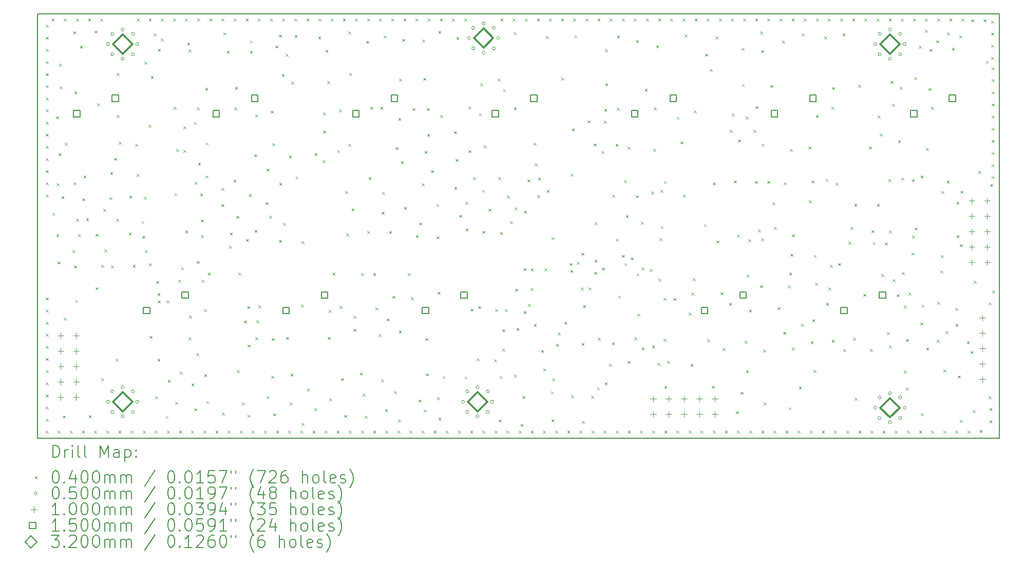
<source format=gbr>
%FSLAX45Y45*%
G04 Gerber Fmt 4.5, Leading zero omitted, Abs format (unit mm)*
G04 Created by KiCad (PCBNEW (6.0.0)) date 2023-05-12 18:23:06*
%MOMM*%
%LPD*%
G01*
G04 APERTURE LIST*
%TA.AperFunction,Profile*%
%ADD10C,0.200000*%
%TD*%
%ADD11C,0.200000*%
%ADD12C,0.040000*%
%ADD13C,0.050000*%
%ADD14C,0.100000*%
%ADD15C,0.150000*%
%ADD16C,0.320000*%
G04 APERTURE END LIST*
D10*
X4150000Y-4500000D02*
X20000000Y-4500000D01*
X20000000Y-4500000D02*
X20000000Y-11500000D01*
X20000000Y-11500000D02*
X4150000Y-11500000D01*
X4150000Y-11500000D02*
X4150000Y-4500000D01*
D11*
D12*
X4280000Y-4680000D02*
X4320000Y-4720000D01*
X4320000Y-4680000D02*
X4280000Y-4720000D01*
X4280000Y-4880000D02*
X4320000Y-4920000D01*
X4320000Y-4880000D02*
X4280000Y-4920000D01*
X4280000Y-5080000D02*
X4320000Y-5120000D01*
X4320000Y-5080000D02*
X4280000Y-5120000D01*
X4280000Y-5280000D02*
X4320000Y-5320000D01*
X4320000Y-5280000D02*
X4280000Y-5320000D01*
X4280000Y-5480000D02*
X4320000Y-5520000D01*
X4320000Y-5480000D02*
X4280000Y-5520000D01*
X4280000Y-5680000D02*
X4320000Y-5720000D01*
X4320000Y-5680000D02*
X4280000Y-5720000D01*
X4280000Y-5880000D02*
X4320000Y-5920000D01*
X4320000Y-5880000D02*
X4280000Y-5920000D01*
X4280000Y-6080000D02*
X4320000Y-6120000D01*
X4320000Y-6080000D02*
X4280000Y-6120000D01*
X4280000Y-6280000D02*
X4320000Y-6320000D01*
X4320000Y-6280000D02*
X4280000Y-6320000D01*
X4280000Y-6480000D02*
X4320000Y-6520000D01*
X4320000Y-6480000D02*
X4280000Y-6520000D01*
X4280000Y-6680000D02*
X4320000Y-6720000D01*
X4320000Y-6680000D02*
X4280000Y-6720000D01*
X4280000Y-6880000D02*
X4320000Y-6920000D01*
X4320000Y-6880000D02*
X4280000Y-6920000D01*
X4280000Y-7080000D02*
X4320000Y-7120000D01*
X4320000Y-7080000D02*
X4280000Y-7120000D01*
X4280000Y-7280000D02*
X4320000Y-7320000D01*
X4320000Y-7280000D02*
X4280000Y-7320000D01*
X4280000Y-7480000D02*
X4320000Y-7520000D01*
X4320000Y-7480000D02*
X4280000Y-7520000D01*
X4280000Y-9180000D02*
X4320000Y-9220000D01*
X4320000Y-9180000D02*
X4280000Y-9220000D01*
X4280000Y-9380000D02*
X4320000Y-9420000D01*
X4320000Y-9380000D02*
X4280000Y-9420000D01*
X4280000Y-9580000D02*
X4320000Y-9620000D01*
X4320000Y-9580000D02*
X4280000Y-9620000D01*
X4280000Y-9780000D02*
X4320000Y-9820000D01*
X4320000Y-9780000D02*
X4280000Y-9820000D01*
X4280000Y-9980000D02*
X4320000Y-10020000D01*
X4320000Y-9980000D02*
X4280000Y-10020000D01*
X4280000Y-10180000D02*
X4320000Y-10220000D01*
X4320000Y-10180000D02*
X4280000Y-10220000D01*
X4280000Y-10380000D02*
X4320000Y-10420000D01*
X4320000Y-10380000D02*
X4280000Y-10420000D01*
X4280000Y-10580000D02*
X4320000Y-10620000D01*
X4320000Y-10580000D02*
X4280000Y-10620000D01*
X4280000Y-10780000D02*
X4320000Y-10820000D01*
X4320000Y-10780000D02*
X4280000Y-10820000D01*
X4280000Y-10980000D02*
X4320000Y-11020000D01*
X4320000Y-10980000D02*
X4280000Y-11020000D01*
X4280000Y-11180000D02*
X4320000Y-11220000D01*
X4320000Y-11180000D02*
X4280000Y-11220000D01*
X4280000Y-11380000D02*
X4320000Y-11420000D01*
X4320000Y-11380000D02*
X4280000Y-11420000D01*
X4380000Y-4580000D02*
X4420000Y-4620000D01*
X4420000Y-4580000D02*
X4380000Y-4620000D01*
X4389000Y-7782000D02*
X4429000Y-7822000D01*
X4429000Y-7782000D02*
X4389000Y-7822000D01*
X4454000Y-6191000D02*
X4494000Y-6231000D01*
X4494000Y-6191000D02*
X4454000Y-6231000D01*
X4456000Y-8137000D02*
X4496000Y-8177000D01*
X4496000Y-8137000D02*
X4456000Y-8177000D01*
X4462000Y-7295000D02*
X4502000Y-7335000D01*
X4502000Y-7295000D02*
X4462000Y-7335000D01*
X4475000Y-8587000D02*
X4515000Y-8627000D01*
X4515000Y-8587000D02*
X4475000Y-8627000D01*
X4480000Y-11380000D02*
X4520000Y-11420000D01*
X4520000Y-11380000D02*
X4480000Y-11420000D01*
X4497000Y-6801000D02*
X4537000Y-6841000D01*
X4537000Y-6801000D02*
X4497000Y-6841000D01*
X4500000Y-5326000D02*
X4540000Y-5366000D01*
X4540000Y-5326000D02*
X4500000Y-5366000D01*
X4512000Y-5695000D02*
X4552000Y-5735000D01*
X4552000Y-5695000D02*
X4512000Y-5735000D01*
X4541000Y-7506000D02*
X4581000Y-7546000D01*
X4581000Y-7506000D02*
X4541000Y-7546000D01*
X4564000Y-11127000D02*
X4604000Y-11167000D01*
X4604000Y-11127000D02*
X4564000Y-11167000D01*
X4580000Y-4580000D02*
X4620000Y-4620000D01*
X4620000Y-4580000D02*
X4580000Y-4620000D01*
X4582000Y-9516000D02*
X4622000Y-9556000D01*
X4622000Y-9516000D02*
X4582000Y-9556000D01*
X4598000Y-6628000D02*
X4638000Y-6668000D01*
X4638000Y-6628000D02*
X4598000Y-6668000D01*
X4680000Y-11380000D02*
X4720000Y-11420000D01*
X4720000Y-11380000D02*
X4680000Y-11420000D01*
X4724000Y-8398000D02*
X4764000Y-8438000D01*
X4764000Y-8398000D02*
X4724000Y-8438000D01*
X4735000Y-4793000D02*
X4775000Y-4833000D01*
X4775000Y-4793000D02*
X4735000Y-4833000D01*
X4737000Y-7280000D02*
X4777000Y-7320000D01*
X4777000Y-7280000D02*
X4737000Y-7320000D01*
X4748000Y-8656000D02*
X4788000Y-8696000D01*
X4788000Y-8656000D02*
X4748000Y-8696000D01*
X4753000Y-5782000D02*
X4793000Y-5822000D01*
X4793000Y-5782000D02*
X4753000Y-5822000D01*
X4769000Y-9223000D02*
X4809000Y-9263000D01*
X4809000Y-9223000D02*
X4769000Y-9263000D01*
X4780000Y-4580000D02*
X4820000Y-4620000D01*
X4820000Y-4580000D02*
X4780000Y-4620000D01*
X4783000Y-7879000D02*
X4823000Y-7919000D01*
X4823000Y-7879000D02*
X4783000Y-7919000D01*
X4815000Y-8132000D02*
X4855000Y-8172000D01*
X4855000Y-8132000D02*
X4815000Y-8172000D01*
X4846000Y-5026000D02*
X4886000Y-5066000D01*
X4886000Y-5026000D02*
X4846000Y-5066000D01*
X4880000Y-11380000D02*
X4920000Y-11420000D01*
X4920000Y-11380000D02*
X4880000Y-11420000D01*
X4886000Y-7545000D02*
X4926000Y-7585000D01*
X4926000Y-7545000D02*
X4886000Y-7585000D01*
X4906000Y-7171000D02*
X4946000Y-7211000D01*
X4946000Y-7171000D02*
X4906000Y-7211000D01*
X4947000Y-7874000D02*
X4987000Y-7914000D01*
X4987000Y-7874000D02*
X4947000Y-7914000D01*
X4980000Y-4580000D02*
X5020000Y-4620000D01*
X5020000Y-4580000D02*
X4980000Y-4620000D01*
X4989000Y-11123000D02*
X5029000Y-11163000D01*
X5029000Y-11123000D02*
X4989000Y-11163000D01*
X5080000Y-11380000D02*
X5120000Y-11420000D01*
X5120000Y-11380000D02*
X5080000Y-11420000D01*
X5086000Y-4777000D02*
X5126000Y-4817000D01*
X5126000Y-4777000D02*
X5086000Y-4817000D01*
X5104000Y-9011000D02*
X5144000Y-9051000D01*
X5144000Y-9011000D02*
X5104000Y-9051000D01*
X5106000Y-8130000D02*
X5146000Y-8170000D01*
X5146000Y-8130000D02*
X5106000Y-8170000D01*
X5127000Y-5973000D02*
X5167000Y-6013000D01*
X5167000Y-5973000D02*
X5127000Y-6013000D01*
X5180000Y-4580000D02*
X5220000Y-4620000D01*
X5220000Y-4580000D02*
X5180000Y-4620000D01*
X5195000Y-8643000D02*
X5235000Y-8683000D01*
X5235000Y-8643000D02*
X5195000Y-8683000D01*
X5199000Y-10513000D02*
X5239000Y-10553000D01*
X5239000Y-10513000D02*
X5199000Y-10553000D01*
X5230000Y-7717000D02*
X5270000Y-7757000D01*
X5270000Y-7717000D02*
X5230000Y-7757000D01*
X5247000Y-8388000D02*
X5287000Y-8428000D01*
X5287000Y-8388000D02*
X5247000Y-8428000D01*
X5280000Y-11380000D02*
X5320000Y-11420000D01*
X5320000Y-11380000D02*
X5280000Y-11420000D01*
X5330000Y-7523000D02*
X5370000Y-7563000D01*
X5370000Y-7523000D02*
X5330000Y-7563000D01*
X5345000Y-7113000D02*
X5385000Y-7153000D01*
X5385000Y-7113000D02*
X5345000Y-7153000D01*
X5358000Y-8651000D02*
X5398000Y-8691000D01*
X5398000Y-8651000D02*
X5358000Y-8691000D01*
X5406000Y-6877000D02*
X5446000Y-6917000D01*
X5446000Y-6877000D02*
X5406000Y-6917000D01*
X5432000Y-10190000D02*
X5472000Y-10230000D01*
X5472000Y-10190000D02*
X5432000Y-10230000D01*
X5440000Y-7882000D02*
X5480000Y-7922000D01*
X5480000Y-7882000D02*
X5440000Y-7922000D01*
X5451000Y-5478000D02*
X5491000Y-5518000D01*
X5491000Y-5478000D02*
X5451000Y-5518000D01*
X5452000Y-6169000D02*
X5492000Y-6209000D01*
X5492000Y-6169000D02*
X5452000Y-6209000D01*
X5480000Y-11380000D02*
X5520000Y-11420000D01*
X5520000Y-11380000D02*
X5480000Y-11420000D01*
X5484000Y-6610000D02*
X5524000Y-6650000D01*
X5524000Y-6610000D02*
X5484000Y-6650000D01*
X5651000Y-8107000D02*
X5691000Y-8147000D01*
X5691000Y-8107000D02*
X5651000Y-8147000D01*
X5659000Y-7501000D02*
X5699000Y-7541000D01*
X5699000Y-7501000D02*
X5659000Y-7541000D01*
X5680000Y-11380000D02*
X5720000Y-11420000D01*
X5720000Y-11380000D02*
X5680000Y-11420000D01*
X5718000Y-8641000D02*
X5758000Y-8681000D01*
X5758000Y-8641000D02*
X5718000Y-8681000D01*
X5757000Y-6643000D02*
X5797000Y-6683000D01*
X5797000Y-6643000D02*
X5757000Y-6683000D01*
X5780000Y-4580000D02*
X5820000Y-4620000D01*
X5820000Y-4580000D02*
X5780000Y-4620000D01*
X5780000Y-7141000D02*
X5820000Y-7181000D01*
X5820000Y-7141000D02*
X5780000Y-7181000D01*
X5862000Y-7919000D02*
X5902000Y-7959000D01*
X5902000Y-7919000D02*
X5862000Y-7959000D01*
X5872000Y-8165000D02*
X5912000Y-8205000D01*
X5912000Y-8165000D02*
X5872000Y-8205000D01*
X5880000Y-11380000D02*
X5920000Y-11420000D01*
X5920000Y-11380000D02*
X5880000Y-11420000D01*
X5899000Y-7516000D02*
X5939000Y-7556000D01*
X5939000Y-7516000D02*
X5899000Y-7556000D01*
X5906000Y-5290000D02*
X5946000Y-5330000D01*
X5946000Y-5290000D02*
X5906000Y-5330000D01*
X5919000Y-8398000D02*
X5959000Y-8438000D01*
X5959000Y-8398000D02*
X5919000Y-8438000D01*
X5974000Y-6332000D02*
X6014000Y-6372000D01*
X6014000Y-6332000D02*
X5974000Y-6372000D01*
X5980000Y-4580000D02*
X6020000Y-4620000D01*
X6020000Y-4580000D02*
X5980000Y-4620000D01*
X5983000Y-8618000D02*
X6023000Y-8658000D01*
X6023000Y-8618000D02*
X5983000Y-8658000D01*
X5992000Y-9815000D02*
X6032000Y-9855000D01*
X6032000Y-9815000D02*
X5992000Y-9855000D01*
X6014000Y-5524000D02*
X6054000Y-5564000D01*
X6054000Y-5524000D02*
X6014000Y-5564000D01*
X6063000Y-4821000D02*
X6103000Y-4861000D01*
X6103000Y-4821000D02*
X6063000Y-4861000D01*
X6080000Y-11380000D02*
X6120000Y-11420000D01*
X6120000Y-11380000D02*
X6080000Y-11420000D01*
X6088000Y-10808000D02*
X6128000Y-10848000D01*
X6128000Y-10808000D02*
X6088000Y-10848000D01*
X6101000Y-8910000D02*
X6141000Y-8950000D01*
X6141000Y-8910000D02*
X6101000Y-8950000D01*
X6123000Y-9109000D02*
X6163000Y-9149000D01*
X6163000Y-9109000D02*
X6123000Y-9149000D01*
X6124000Y-10190000D02*
X6164000Y-10230000D01*
X6164000Y-10190000D02*
X6124000Y-10230000D01*
X6129000Y-9231000D02*
X6169000Y-9271000D01*
X6169000Y-9231000D02*
X6129000Y-9271000D01*
X6132000Y-5080000D02*
X6172000Y-5120000D01*
X6172000Y-5080000D02*
X6132000Y-5120000D01*
X6180000Y-4580000D02*
X6220000Y-4620000D01*
X6220000Y-4580000D02*
X6180000Y-4620000D01*
X6182000Y-4907000D02*
X6222000Y-4947000D01*
X6222000Y-4907000D02*
X6182000Y-4947000D01*
X6259000Y-11135000D02*
X6299000Y-11175000D01*
X6299000Y-11135000D02*
X6259000Y-11175000D01*
X6271000Y-9227000D02*
X6311000Y-9267000D01*
X6311000Y-9227000D02*
X6271000Y-9267000D01*
X6280000Y-11380000D02*
X6320000Y-11420000D01*
X6320000Y-11380000D02*
X6280000Y-11420000D01*
X6293000Y-10540000D02*
X6333000Y-10580000D01*
X6333000Y-10540000D02*
X6293000Y-10580000D01*
X6380000Y-4580000D02*
X6420000Y-4620000D01*
X6420000Y-4580000D02*
X6380000Y-4620000D01*
X6393000Y-6032000D02*
X6433000Y-6072000D01*
X6433000Y-6032000D02*
X6393000Y-6072000D01*
X6403000Y-7461000D02*
X6443000Y-7501000D01*
X6443000Y-7461000D02*
X6403000Y-7501000D01*
X6419000Y-10901000D02*
X6459000Y-10941000D01*
X6459000Y-10901000D02*
X6419000Y-10941000D01*
X6431000Y-6731000D02*
X6471000Y-6771000D01*
X6471000Y-6731000D02*
X6431000Y-6771000D01*
X6464048Y-8890000D02*
X6504048Y-8930000D01*
X6504048Y-8890000D02*
X6464048Y-8930000D01*
X6480000Y-11380000D02*
X6520000Y-11420000D01*
X6520000Y-11380000D02*
X6480000Y-11420000D01*
X6494000Y-10403000D02*
X6534000Y-10443000D01*
X6534000Y-10403000D02*
X6494000Y-10443000D01*
X6513000Y-8680000D02*
X6553000Y-8720000D01*
X6553000Y-8680000D02*
X6513000Y-8720000D01*
X6549000Y-6357000D02*
X6589000Y-6397000D01*
X6589000Y-6357000D02*
X6549000Y-6397000D01*
X6554000Y-6743000D02*
X6594000Y-6783000D01*
X6594000Y-6743000D02*
X6554000Y-6783000D01*
X6580000Y-4580000D02*
X6620000Y-4620000D01*
X6620000Y-4580000D02*
X6580000Y-4620000D01*
X6581000Y-8078000D02*
X6621000Y-8118000D01*
X6621000Y-8078000D02*
X6581000Y-8118000D01*
X6616000Y-4978000D02*
X6656000Y-5018000D01*
X6656000Y-4978000D02*
X6616000Y-5018000D01*
X6638000Y-5084000D02*
X6678000Y-5124000D01*
X6678000Y-5084000D02*
X6638000Y-5124000D01*
X6639000Y-9837000D02*
X6679000Y-9877000D01*
X6679000Y-9837000D02*
X6639000Y-9877000D01*
X6646000Y-9480000D02*
X6686000Y-9520000D01*
X6686000Y-9480000D02*
X6646000Y-9520000D01*
X6680000Y-11380000D02*
X6720000Y-11420000D01*
X6720000Y-11380000D02*
X6680000Y-11420000D01*
X6683000Y-10596000D02*
X6723000Y-10636000D01*
X6723000Y-10596000D02*
X6683000Y-10636000D01*
X6725000Y-6284000D02*
X6765000Y-6324000D01*
X6765000Y-6284000D02*
X6725000Y-6324000D01*
X6732000Y-11009000D02*
X6772000Y-11049000D01*
X6772000Y-11009000D02*
X6732000Y-11049000D01*
X6740000Y-7272000D02*
X6780000Y-7312000D01*
X6780000Y-7272000D02*
X6740000Y-7312000D01*
X6763000Y-10101000D02*
X6803000Y-10141000D01*
X6803000Y-10101000D02*
X6763000Y-10141000D01*
X6769000Y-8577950D02*
X6809000Y-8617950D01*
X6809000Y-8577950D02*
X6769000Y-8617950D01*
X6770000Y-6041000D02*
X6810000Y-6081000D01*
X6810000Y-6041000D02*
X6770000Y-6081000D01*
X6780000Y-4580000D02*
X6820000Y-4620000D01*
X6820000Y-4580000D02*
X6780000Y-4620000D01*
X6792000Y-6957000D02*
X6832000Y-6997000D01*
X6832000Y-6957000D02*
X6792000Y-6997000D01*
X6826000Y-7466000D02*
X6866000Y-7506000D01*
X6866000Y-7466000D02*
X6826000Y-7506000D01*
X6839000Y-7894000D02*
X6879000Y-7934000D01*
X6879000Y-7894000D02*
X6839000Y-7934000D01*
X6841000Y-8150000D02*
X6881000Y-8190000D01*
X6881000Y-8150000D02*
X6841000Y-8190000D01*
X6846000Y-8890000D02*
X6886000Y-8930000D01*
X6886000Y-8890000D02*
X6846000Y-8930000D01*
X6880000Y-11380000D02*
X6920000Y-11420000D01*
X6920000Y-11380000D02*
X6880000Y-11420000D01*
X6892000Y-9368000D02*
X6932000Y-9408000D01*
X6932000Y-9368000D02*
X6892000Y-9408000D01*
X6895000Y-10447000D02*
X6935000Y-10487000D01*
X6935000Y-10447000D02*
X6895000Y-10487000D01*
X6911000Y-5724000D02*
X6951000Y-5764000D01*
X6951000Y-5724000D02*
X6911000Y-5764000D01*
X6916000Y-7171000D02*
X6956000Y-7211000D01*
X6956000Y-7171000D02*
X6916000Y-7211000D01*
X6921000Y-6624000D02*
X6961000Y-6664000D01*
X6961000Y-6624000D02*
X6921000Y-6664000D01*
X6929000Y-10890000D02*
X6969000Y-10930000D01*
X6969000Y-10890000D02*
X6929000Y-10930000D01*
X6955000Y-8772000D02*
X6995000Y-8812000D01*
X6995000Y-8772000D02*
X6955000Y-8812000D01*
X6980000Y-4580000D02*
X7020000Y-4620000D01*
X7020000Y-4580000D02*
X6980000Y-4620000D01*
X7080000Y-11380000D02*
X7120000Y-11420000D01*
X7120000Y-11380000D02*
X7080000Y-11420000D01*
X7180000Y-4580000D02*
X7220000Y-4620000D01*
X7220000Y-4580000D02*
X7180000Y-4620000D01*
X7180000Y-7370000D02*
X7220000Y-7410000D01*
X7220000Y-7370000D02*
X7180000Y-7410000D01*
X7180000Y-7639000D02*
X7220000Y-7679000D01*
X7220000Y-7639000D02*
X7180000Y-7679000D01*
X7189000Y-11083000D02*
X7229000Y-11123000D01*
X7229000Y-11083000D02*
X7189000Y-11123000D01*
X7213000Y-4810000D02*
X7253000Y-4850000D01*
X7253000Y-4810000D02*
X7213000Y-4850000D01*
X7268000Y-5112000D02*
X7308000Y-5152000D01*
X7308000Y-5112000D02*
X7268000Y-5152000D01*
X7280000Y-11380000D02*
X7320000Y-11420000D01*
X7320000Y-11380000D02*
X7280000Y-11420000D01*
X7303000Y-8327000D02*
X7343000Y-8367000D01*
X7343000Y-8327000D02*
X7303000Y-8367000D01*
X7318000Y-8108000D02*
X7358000Y-8148000D01*
X7358000Y-8108000D02*
X7318000Y-8148000D01*
X7377000Y-7236000D02*
X7417000Y-7276000D01*
X7417000Y-7236000D02*
X7377000Y-7276000D01*
X7380000Y-4580000D02*
X7420000Y-4620000D01*
X7420000Y-4580000D02*
X7380000Y-4620000D01*
X7388000Y-6043000D02*
X7428000Y-6083000D01*
X7428000Y-6043000D02*
X7388000Y-6083000D01*
X7402000Y-5707000D02*
X7442000Y-5747000D01*
X7442000Y-5707000D02*
X7402000Y-5747000D01*
X7422000Y-7834000D02*
X7462000Y-7874000D01*
X7462000Y-7834000D02*
X7422000Y-7874000D01*
X7435000Y-10380000D02*
X7475000Y-10420000D01*
X7475000Y-10380000D02*
X7435000Y-10420000D01*
X7458000Y-8767000D02*
X7498000Y-8807000D01*
X7498000Y-8767000D02*
X7458000Y-8807000D01*
X7480000Y-11380000D02*
X7520000Y-11420000D01*
X7520000Y-11380000D02*
X7480000Y-11420000D01*
X7517000Y-10909000D02*
X7557000Y-10949000D01*
X7557000Y-10909000D02*
X7517000Y-10949000D01*
X7548000Y-9560000D02*
X7588000Y-9600000D01*
X7588000Y-9560000D02*
X7548000Y-9600000D01*
X7580000Y-4580000D02*
X7620000Y-4620000D01*
X7620000Y-4580000D02*
X7580000Y-4620000D01*
X7585000Y-8214000D02*
X7625000Y-8254000D01*
X7625000Y-8214000D02*
X7585000Y-8254000D01*
X7602000Y-9324000D02*
X7642000Y-9364000D01*
X7642000Y-9324000D02*
X7602000Y-9364000D01*
X7611000Y-9958000D02*
X7651000Y-9998000D01*
X7651000Y-9958000D02*
X7611000Y-9998000D01*
X7612000Y-11115000D02*
X7652000Y-11155000D01*
X7652000Y-11115000D02*
X7612000Y-11155000D01*
X7631000Y-7475000D02*
X7671000Y-7515000D01*
X7671000Y-7475000D02*
X7631000Y-7515000D01*
X7648000Y-4939000D02*
X7688000Y-4979000D01*
X7688000Y-4939000D02*
X7648000Y-4979000D01*
X7648000Y-5109000D02*
X7688000Y-5149000D01*
X7688000Y-5109000D02*
X7648000Y-5149000D01*
X7680000Y-11380000D02*
X7720000Y-11420000D01*
X7720000Y-11380000D02*
X7680000Y-11420000D01*
X7718000Y-6818000D02*
X7758000Y-6858000D01*
X7758000Y-6818000D02*
X7718000Y-6858000D01*
X7725000Y-8067000D02*
X7765000Y-8107000D01*
X7765000Y-8067000D02*
X7725000Y-8107000D01*
X7736000Y-9837000D02*
X7776000Y-9877000D01*
X7776000Y-9837000D02*
X7736000Y-9877000D01*
X7737000Y-6159000D02*
X7777000Y-6199000D01*
X7777000Y-6159000D02*
X7737000Y-6199000D01*
X7757000Y-9554000D02*
X7797000Y-9594000D01*
X7797000Y-9554000D02*
X7757000Y-9594000D01*
X7780000Y-4580000D02*
X7820000Y-4620000D01*
X7820000Y-4580000D02*
X7780000Y-4620000D01*
X7785000Y-9313000D02*
X7825000Y-9353000D01*
X7825000Y-9313000D02*
X7785000Y-9353000D01*
X7880000Y-11380000D02*
X7920000Y-11420000D01*
X7920000Y-11380000D02*
X7880000Y-11420000D01*
X7907000Y-7606000D02*
X7947000Y-7646000D01*
X7947000Y-7606000D02*
X7907000Y-7646000D01*
X7926000Y-7056000D02*
X7966000Y-7096000D01*
X7966000Y-7056000D02*
X7926000Y-7096000D01*
X7926000Y-10808000D02*
X7966000Y-10848000D01*
X7966000Y-10808000D02*
X7926000Y-10848000D01*
X7964000Y-7831000D02*
X8004000Y-7871000D01*
X8004000Y-7831000D02*
X7964000Y-7871000D01*
X7980000Y-4580000D02*
X8020000Y-4620000D01*
X8020000Y-4580000D02*
X7980000Y-4620000D01*
X7992000Y-6099000D02*
X8032000Y-6139000D01*
X8032000Y-6099000D02*
X7992000Y-6139000D01*
X7998000Y-10471000D02*
X8038000Y-10511000D01*
X8038000Y-10471000D02*
X7998000Y-10511000D01*
X8008000Y-9848000D02*
X8048000Y-9888000D01*
X8048000Y-9848000D02*
X8008000Y-9888000D01*
X8019000Y-6636000D02*
X8059000Y-6676000D01*
X8059000Y-6636000D02*
X8019000Y-6676000D01*
X8036000Y-11093000D02*
X8076000Y-11133000D01*
X8076000Y-11093000D02*
X8036000Y-11133000D01*
X8066000Y-5022000D02*
X8106000Y-5062000D01*
X8106000Y-5022000D02*
X8066000Y-5062000D01*
X8080000Y-11380000D02*
X8120000Y-11420000D01*
X8120000Y-11380000D02*
X8080000Y-11420000D01*
X8125000Y-8231000D02*
X8165000Y-8271000D01*
X8165000Y-8231000D02*
X8125000Y-8271000D01*
X8128000Y-4844000D02*
X8168000Y-4884000D01*
X8168000Y-4844000D02*
X8128000Y-4884000D01*
X8130000Y-7290000D02*
X8170000Y-7330000D01*
X8170000Y-7290000D02*
X8130000Y-7330000D01*
X8172000Y-5491000D02*
X8212000Y-5531000D01*
X8212000Y-5491000D02*
X8172000Y-5531000D01*
X8180000Y-4580000D02*
X8220000Y-4620000D01*
X8220000Y-4580000D02*
X8180000Y-4620000D01*
X8195000Y-7950000D02*
X8235000Y-7990000D01*
X8235000Y-7950000D02*
X8195000Y-7990000D01*
X8235000Y-5165000D02*
X8275000Y-5205000D01*
X8275000Y-5165000D02*
X8235000Y-5205000D01*
X8244000Y-9832000D02*
X8284000Y-9872000D01*
X8284000Y-9832000D02*
X8244000Y-9872000D01*
X8280000Y-11380000D02*
X8320000Y-11420000D01*
X8320000Y-11380000D02*
X8280000Y-11420000D01*
X8292000Y-6840000D02*
X8332000Y-6880000D01*
X8332000Y-6840000D02*
X8292000Y-6880000D01*
X8307000Y-10914000D02*
X8347000Y-10954000D01*
X8347000Y-10914000D02*
X8307000Y-10954000D01*
X8316000Y-10436000D02*
X8356000Y-10476000D01*
X8356000Y-10436000D02*
X8316000Y-10476000D01*
X8329000Y-5619000D02*
X8369000Y-5659000D01*
X8369000Y-5619000D02*
X8329000Y-5659000D01*
X8380000Y-4580000D02*
X8420000Y-4620000D01*
X8420000Y-4580000D02*
X8380000Y-4620000D01*
X8384000Y-4849000D02*
X8424000Y-4889000D01*
X8424000Y-4849000D02*
X8384000Y-4889000D01*
X8402000Y-7182000D02*
X8442000Y-7222000D01*
X8442000Y-7182000D02*
X8402000Y-7222000D01*
X8480000Y-11380000D02*
X8520000Y-11420000D01*
X8520000Y-11380000D02*
X8480000Y-11420000D01*
X8493000Y-9292000D02*
X8533000Y-9332000D01*
X8533000Y-9292000D02*
X8493000Y-9332000D01*
X8501000Y-11253000D02*
X8541000Y-11293000D01*
X8541000Y-11253000D02*
X8501000Y-11293000D01*
X8502000Y-8251000D02*
X8542000Y-8291000D01*
X8542000Y-8251000D02*
X8502000Y-8291000D01*
X8580000Y-4580000D02*
X8620000Y-4620000D01*
X8620000Y-4580000D02*
X8580000Y-4620000D01*
X8594000Y-10680000D02*
X8634000Y-10720000D01*
X8634000Y-10680000D02*
X8594000Y-10720000D01*
X8680000Y-11380000D02*
X8720000Y-11420000D01*
X8720000Y-11380000D02*
X8680000Y-11420000D01*
X8713000Y-11007000D02*
X8753000Y-11047000D01*
X8753000Y-11007000D02*
X8713000Y-11047000D01*
X8715000Y-6797000D02*
X8755000Y-6837000D01*
X8755000Y-6797000D02*
X8715000Y-6837000D01*
X8775000Y-4877000D02*
X8815000Y-4917000D01*
X8815000Y-4877000D02*
X8775000Y-4917000D01*
X8780000Y-4580000D02*
X8820000Y-4620000D01*
X8820000Y-4580000D02*
X8780000Y-4620000D01*
X8848000Y-6918000D02*
X8888000Y-6958000D01*
X8888000Y-6918000D02*
X8848000Y-6958000D01*
X8852000Y-6428000D02*
X8892000Y-6468000D01*
X8892000Y-6428000D02*
X8852000Y-6468000D01*
X8855000Y-6128000D02*
X8895000Y-6168000D01*
X8895000Y-6128000D02*
X8855000Y-6168000D01*
X8880000Y-11380000D02*
X8920000Y-11420000D01*
X8920000Y-11380000D02*
X8880000Y-11420000D01*
X8892000Y-5095000D02*
X8932000Y-5135000D01*
X8932000Y-5095000D02*
X8892000Y-5135000D01*
X8925000Y-5612000D02*
X8965000Y-5652000D01*
X8965000Y-5612000D02*
X8925000Y-5652000D01*
X8932000Y-9832000D02*
X8972000Y-9872000D01*
X8972000Y-9832000D02*
X8932000Y-9872000D01*
X8947000Y-9389000D02*
X8987000Y-9429000D01*
X8987000Y-9389000D02*
X8947000Y-9429000D01*
X8958000Y-10843000D02*
X8998000Y-10883000D01*
X8998000Y-10843000D02*
X8958000Y-10883000D01*
X8980000Y-4580000D02*
X9020000Y-4620000D01*
X9020000Y-4580000D02*
X8980000Y-4620000D01*
X9011000Y-8771000D02*
X9051000Y-8811000D01*
X9051000Y-8771000D02*
X9011000Y-8811000D01*
X9080000Y-11380000D02*
X9120000Y-11420000D01*
X9120000Y-11380000D02*
X9080000Y-11420000D01*
X9088000Y-6751000D02*
X9128000Y-6791000D01*
X9128000Y-6751000D02*
X9088000Y-6791000D01*
X9120000Y-6074000D02*
X9160000Y-6114000D01*
X9160000Y-6074000D02*
X9120000Y-6114000D01*
X9123000Y-9319000D02*
X9163000Y-9359000D01*
X9163000Y-9319000D02*
X9123000Y-9359000D01*
X9148000Y-10509000D02*
X9188000Y-10549000D01*
X9188000Y-10509000D02*
X9148000Y-10549000D01*
X9180000Y-4580000D02*
X9220000Y-4620000D01*
X9220000Y-4580000D02*
X9180000Y-4620000D01*
X9200000Y-11119000D02*
X9240000Y-11159000D01*
X9240000Y-11119000D02*
X9200000Y-11159000D01*
X9217000Y-7424000D02*
X9257000Y-7464000D01*
X9257000Y-7424000D02*
X9217000Y-7464000D01*
X9235000Y-8123000D02*
X9275000Y-8163000D01*
X9275000Y-8123000D02*
X9235000Y-8163000D01*
X9267000Y-4790000D02*
X9307000Y-4830000D01*
X9307000Y-4790000D02*
X9267000Y-4830000D01*
X9269000Y-6647000D02*
X9309000Y-6687000D01*
X9309000Y-6647000D02*
X9269000Y-6687000D01*
X9280000Y-11380000D02*
X9320000Y-11420000D01*
X9320000Y-11380000D02*
X9280000Y-11420000D01*
X9288000Y-5474000D02*
X9328000Y-5514000D01*
X9328000Y-5474000D02*
X9288000Y-5514000D01*
X9325000Y-7714000D02*
X9365000Y-7754000D01*
X9365000Y-7714000D02*
X9325000Y-7754000D01*
X9353000Y-9696000D02*
X9393000Y-9736000D01*
X9393000Y-9696000D02*
X9353000Y-9736000D01*
X9355000Y-9480000D02*
X9395000Y-9520000D01*
X9395000Y-9480000D02*
X9355000Y-9520000D01*
X9380000Y-4580000D02*
X9420000Y-4620000D01*
X9420000Y-4580000D02*
X9380000Y-4620000D01*
X9460000Y-10419000D02*
X9500000Y-10459000D01*
X9500000Y-10419000D02*
X9460000Y-10459000D01*
X9479000Y-8779000D02*
X9519000Y-8819000D01*
X9519000Y-8779000D02*
X9479000Y-8819000D01*
X9480000Y-11380000D02*
X9520000Y-11420000D01*
X9520000Y-11380000D02*
X9480000Y-11420000D01*
X9505000Y-10765000D02*
X9545000Y-10805000D01*
X9545000Y-10765000D02*
X9505000Y-10805000D01*
X9542000Y-11134000D02*
X9582000Y-11174000D01*
X9582000Y-11134000D02*
X9542000Y-11174000D01*
X9565000Y-4946000D02*
X9605000Y-4986000D01*
X9605000Y-4946000D02*
X9565000Y-4986000D01*
X9580000Y-4580000D02*
X9620000Y-4620000D01*
X9620000Y-4580000D02*
X9580000Y-4620000D01*
X9585000Y-8086000D02*
X9625000Y-8126000D01*
X9625000Y-8086000D02*
X9585000Y-8126000D01*
X9603000Y-7197000D02*
X9643000Y-7237000D01*
X9643000Y-7197000D02*
X9603000Y-7237000D01*
X9630000Y-6032000D02*
X9670000Y-6072000D01*
X9670000Y-6032000D02*
X9630000Y-6072000D01*
X9680000Y-8779000D02*
X9720000Y-8819000D01*
X9720000Y-8779000D02*
X9680000Y-8819000D01*
X9680000Y-11380000D02*
X9720000Y-11420000D01*
X9720000Y-11380000D02*
X9680000Y-11420000D01*
X9720000Y-9346000D02*
X9760000Y-9386000D01*
X9760000Y-9346000D02*
X9720000Y-9386000D01*
X9768000Y-9783000D02*
X9808000Y-9823000D01*
X9808000Y-9783000D02*
X9768000Y-9823000D01*
X9780000Y-4580000D02*
X9820000Y-4620000D01*
X9820000Y-4580000D02*
X9780000Y-4620000D01*
X9798000Y-6032000D02*
X9838000Y-6072000D01*
X9838000Y-6032000D02*
X9798000Y-6072000D01*
X9810000Y-10531000D02*
X9850000Y-10571000D01*
X9850000Y-10531000D02*
X9810000Y-10571000D01*
X9819000Y-7766000D02*
X9859000Y-7806000D01*
X9859000Y-7766000D02*
X9819000Y-7806000D01*
X9827000Y-7443000D02*
X9867000Y-7483000D01*
X9867000Y-7443000D02*
X9827000Y-7483000D01*
X9852000Y-4860000D02*
X9892000Y-4900000D01*
X9892000Y-4860000D02*
X9852000Y-4900000D01*
X9874000Y-11023000D02*
X9914000Y-11063000D01*
X9914000Y-11023000D02*
X9874000Y-11063000D01*
X9880000Y-11380000D02*
X9920000Y-11420000D01*
X9920000Y-11380000D02*
X9880000Y-11420000D01*
X9907000Y-9527000D02*
X9947000Y-9567000D01*
X9947000Y-9527000D02*
X9907000Y-9567000D01*
X9942000Y-8086000D02*
X9982000Y-8126000D01*
X9982000Y-8086000D02*
X9942000Y-8126000D01*
X9980000Y-4580000D02*
X10020000Y-4620000D01*
X10020000Y-4580000D02*
X9980000Y-4620000D01*
X9998000Y-9155000D02*
X10038000Y-9195000D01*
X10038000Y-9155000D02*
X9998000Y-9195000D01*
X10023000Y-10725000D02*
X10063000Y-10765000D01*
X10063000Y-10725000D02*
X10023000Y-10765000D01*
X10049000Y-6699000D02*
X10089000Y-6739000D01*
X10089000Y-6699000D02*
X10049000Y-6739000D01*
X10080000Y-11380000D02*
X10120000Y-11420000D01*
X10120000Y-11380000D02*
X10080000Y-11420000D01*
X10088000Y-11191000D02*
X10128000Y-11231000D01*
X10128000Y-11191000D02*
X10088000Y-11231000D01*
X10096000Y-6218000D02*
X10136000Y-6258000D01*
X10136000Y-6218000D02*
X10096000Y-6258000D01*
X10104000Y-9724000D02*
X10144000Y-9764000D01*
X10144000Y-9724000D02*
X10104000Y-9764000D01*
X10110000Y-5571000D02*
X10150000Y-5611000D01*
X10150000Y-5571000D02*
X10110000Y-5611000D01*
X10138000Y-6934000D02*
X10178000Y-6974000D01*
X10178000Y-6934000D02*
X10138000Y-6974000D01*
X10160000Y-4912000D02*
X10200000Y-4952000D01*
X10200000Y-4912000D02*
X10160000Y-4952000D01*
X10180000Y-4580000D02*
X10220000Y-4620000D01*
X10220000Y-4580000D02*
X10180000Y-4620000D01*
X10188000Y-7685000D02*
X10228000Y-7725000D01*
X10228000Y-7685000D02*
X10188000Y-7725000D01*
X10249000Y-8778000D02*
X10289000Y-8818000D01*
X10289000Y-8778000D02*
X10249000Y-8818000D01*
X10280000Y-11380000D02*
X10320000Y-11420000D01*
X10320000Y-11380000D02*
X10280000Y-11420000D01*
X10305000Y-9175000D02*
X10345000Y-9215000D01*
X10345000Y-9175000D02*
X10305000Y-9215000D01*
X10327000Y-6057000D02*
X10367000Y-6097000D01*
X10367000Y-6057000D02*
X10327000Y-6097000D01*
X10380000Y-4580000D02*
X10420000Y-4620000D01*
X10420000Y-4580000D02*
X10380000Y-4620000D01*
X10382000Y-8150000D02*
X10422000Y-8190000D01*
X10422000Y-8150000D02*
X10382000Y-8190000D01*
X10432000Y-10866000D02*
X10472000Y-10906000D01*
X10472000Y-10866000D02*
X10432000Y-10906000D01*
X10440000Y-7945000D02*
X10480000Y-7985000D01*
X10480000Y-7945000D02*
X10440000Y-7985000D01*
X10480000Y-7299000D02*
X10520000Y-7339000D01*
X10520000Y-7299000D02*
X10480000Y-7339000D01*
X10480000Y-11380000D02*
X10520000Y-11420000D01*
X10520000Y-11380000D02*
X10480000Y-11420000D01*
X10488000Y-4927000D02*
X10528000Y-4967000D01*
X10528000Y-4927000D02*
X10488000Y-4967000D01*
X10504000Y-5556000D02*
X10544000Y-5596000D01*
X10544000Y-5556000D02*
X10504000Y-5596000D01*
X10513000Y-11033000D02*
X10553000Y-11073000D01*
X10553000Y-11033000D02*
X10513000Y-11073000D01*
X10526000Y-6762000D02*
X10566000Y-6802000D01*
X10566000Y-6762000D02*
X10526000Y-6802000D01*
X10541000Y-9850000D02*
X10581000Y-9890000D01*
X10581000Y-9850000D02*
X10541000Y-9890000D01*
X10545000Y-10433000D02*
X10585000Y-10473000D01*
X10585000Y-10433000D02*
X10545000Y-10473000D01*
X10562000Y-6057000D02*
X10602000Y-6097000D01*
X10602000Y-6057000D02*
X10562000Y-6097000D01*
X10570000Y-6486000D02*
X10610000Y-6526000D01*
X10610000Y-6486000D02*
X10570000Y-6526000D01*
X10580000Y-4580000D02*
X10620000Y-4620000D01*
X10620000Y-4580000D02*
X10580000Y-4620000D01*
X10634000Y-7081000D02*
X10674000Y-7121000D01*
X10674000Y-7081000D02*
X10634000Y-7121000D01*
X10680000Y-11380000D02*
X10720000Y-11420000D01*
X10720000Y-11380000D02*
X10680000Y-11420000D01*
X10721000Y-7639000D02*
X10761000Y-7679000D01*
X10761000Y-7639000D02*
X10721000Y-7679000D01*
X10723000Y-8172000D02*
X10763000Y-8212000D01*
X10763000Y-8172000D02*
X10723000Y-8212000D01*
X10732000Y-10827000D02*
X10772000Y-10867000D01*
X10772000Y-10827000D02*
X10732000Y-10867000D01*
X10742000Y-9087000D02*
X10782000Y-9127000D01*
X10782000Y-9087000D02*
X10742000Y-9127000D01*
X10756000Y-4783000D02*
X10796000Y-4823000D01*
X10796000Y-4783000D02*
X10756000Y-4823000D01*
X10756000Y-11164000D02*
X10796000Y-11204000D01*
X10796000Y-11164000D02*
X10756000Y-11204000D01*
X10780000Y-4580000D02*
X10820000Y-4620000D01*
X10820000Y-4580000D02*
X10780000Y-4620000D01*
X10785000Y-6168000D02*
X10825000Y-6208000D01*
X10825000Y-6168000D02*
X10785000Y-6208000D01*
X10823000Y-10475000D02*
X10863000Y-10515000D01*
X10863000Y-10475000D02*
X10823000Y-10515000D01*
X10880000Y-11380000D02*
X10920000Y-11420000D01*
X10920000Y-11380000D02*
X10880000Y-11420000D01*
X10980000Y-4580000D02*
X11020000Y-4620000D01*
X11020000Y-4580000D02*
X10980000Y-4620000D01*
X11016000Y-6436000D02*
X11056000Y-6476000D01*
X11056000Y-6436000D02*
X11016000Y-6476000D01*
X11019000Y-7355000D02*
X11059000Y-7395000D01*
X11059000Y-7355000D02*
X11019000Y-7395000D01*
X11036000Y-6894000D02*
X11076000Y-6934000D01*
X11076000Y-6894000D02*
X11036000Y-6934000D01*
X11051000Y-4884000D02*
X11091000Y-4924000D01*
X11091000Y-4884000D02*
X11051000Y-4924000D01*
X11080000Y-11380000D02*
X11120000Y-11420000D01*
X11120000Y-11380000D02*
X11080000Y-11420000D01*
X11096000Y-7817000D02*
X11136000Y-7857000D01*
X11136000Y-7817000D02*
X11096000Y-7857000D01*
X11180000Y-4580000D02*
X11220000Y-4620000D01*
X11220000Y-4580000D02*
X11180000Y-4620000D01*
X11187000Y-10485000D02*
X11227000Y-10525000D01*
X11227000Y-10485000D02*
X11187000Y-10525000D01*
X11202000Y-7604000D02*
X11242000Y-7644000D01*
X11242000Y-7604000D02*
X11202000Y-7644000D01*
X11205000Y-8042000D02*
X11245000Y-8082000D01*
X11245000Y-8042000D02*
X11205000Y-8082000D01*
X11249000Y-6024000D02*
X11289000Y-6064000D01*
X11289000Y-6024000D02*
X11249000Y-6064000D01*
X11252000Y-6751000D02*
X11292000Y-6791000D01*
X11292000Y-6751000D02*
X11252000Y-6791000D01*
X11280000Y-11380000D02*
X11320000Y-11420000D01*
X11320000Y-11380000D02*
X11280000Y-11420000D01*
X11284000Y-9367000D02*
X11324000Y-9407000D01*
X11324000Y-9367000D02*
X11284000Y-9407000D01*
X11328000Y-7194000D02*
X11368000Y-7234000D01*
X11368000Y-7194000D02*
X11328000Y-7234000D01*
X11386000Y-10181000D02*
X11426000Y-10221000D01*
X11426000Y-10181000D02*
X11386000Y-10221000D01*
X11410000Y-9324000D02*
X11450000Y-9364000D01*
X11450000Y-9324000D02*
X11410000Y-9364000D01*
X11425000Y-6141000D02*
X11465000Y-6181000D01*
X11465000Y-6141000D02*
X11425000Y-6181000D01*
X11448000Y-5643000D02*
X11488000Y-5683000D01*
X11488000Y-5643000D02*
X11448000Y-5683000D01*
X11475000Y-7403000D02*
X11515000Y-7443000D01*
X11515000Y-7403000D02*
X11475000Y-7443000D01*
X11478000Y-8079000D02*
X11518000Y-8119000D01*
X11518000Y-8079000D02*
X11478000Y-8119000D01*
X11480000Y-11380000D02*
X11520000Y-11420000D01*
X11520000Y-11380000D02*
X11480000Y-11420000D01*
X11507000Y-6670000D02*
X11547000Y-6710000D01*
X11547000Y-6670000D02*
X11507000Y-6710000D01*
X11579000Y-7715000D02*
X11619000Y-7755000D01*
X11619000Y-7715000D02*
X11579000Y-7755000D01*
X11673000Y-10200000D02*
X11713000Y-10240000D01*
X11713000Y-10200000D02*
X11673000Y-10240000D01*
X11680000Y-11380000D02*
X11720000Y-11420000D01*
X11720000Y-11380000D02*
X11680000Y-11420000D01*
X11694000Y-9373000D02*
X11734000Y-9413000D01*
X11734000Y-9373000D02*
X11694000Y-9413000D01*
X11736000Y-5568000D02*
X11776000Y-5608000D01*
X11776000Y-5568000D02*
X11736000Y-5608000D01*
X11743000Y-7195000D02*
X11783000Y-7235000D01*
X11783000Y-7195000D02*
X11743000Y-7235000D01*
X11748000Y-11196000D02*
X11788000Y-11236000D01*
X11788000Y-11196000D02*
X11748000Y-11236000D01*
X11762000Y-10475000D02*
X11802000Y-10515000D01*
X11802000Y-10475000D02*
X11762000Y-10515000D01*
X11771000Y-8098000D02*
X11811000Y-8138000D01*
X11811000Y-8098000D02*
X11771000Y-8138000D01*
X11780000Y-4580000D02*
X11820000Y-4620000D01*
X11820000Y-4580000D02*
X11780000Y-4620000D01*
X11807000Y-9706000D02*
X11847000Y-9746000D01*
X11847000Y-9706000D02*
X11807000Y-9746000D01*
X11809000Y-10023000D02*
X11849000Y-10063000D01*
X11849000Y-10023000D02*
X11809000Y-10063000D01*
X11823000Y-5743000D02*
X11863000Y-5783000D01*
X11863000Y-5743000D02*
X11823000Y-5783000D01*
X11850000Y-9373000D02*
X11890000Y-9413000D01*
X11890000Y-9373000D02*
X11850000Y-9413000D01*
X11880000Y-11380000D02*
X11920000Y-11420000D01*
X11920000Y-11380000D02*
X11880000Y-11420000D01*
X11886000Y-7500000D02*
X11926000Y-7540000D01*
X11926000Y-7500000D02*
X11886000Y-7540000D01*
X11938000Y-7922000D02*
X11978000Y-7962000D01*
X11978000Y-7922000D02*
X11938000Y-7962000D01*
X11980000Y-4580000D02*
X12020000Y-4620000D01*
X12020000Y-4580000D02*
X11980000Y-4620000D01*
X11999000Y-6042000D02*
X12039000Y-6082000D01*
X12039000Y-6042000D02*
X11999000Y-6082000D01*
X12001000Y-4802000D02*
X12041000Y-4842000D01*
X12041000Y-4802000D02*
X12001000Y-4842000D01*
X12004000Y-10455000D02*
X12044000Y-10495000D01*
X12044000Y-10455000D02*
X12004000Y-10495000D01*
X12010000Y-7695000D02*
X12050000Y-7735000D01*
X12050000Y-7695000D02*
X12010000Y-7735000D01*
X12021000Y-9036000D02*
X12061000Y-9076000D01*
X12061000Y-9036000D02*
X12021000Y-9076000D01*
X12042000Y-9682000D02*
X12082000Y-9722000D01*
X12082000Y-9682000D02*
X12042000Y-9722000D01*
X12080000Y-11380000D02*
X12120000Y-11420000D01*
X12120000Y-11380000D02*
X12080000Y-11420000D01*
X12110000Y-11266000D02*
X12150000Y-11306000D01*
X12150000Y-11266000D02*
X12110000Y-11306000D01*
X12137000Y-10805000D02*
X12177000Y-10845000D01*
X12177000Y-10805000D02*
X12137000Y-10845000D01*
X12156000Y-8697000D02*
X12196000Y-8737000D01*
X12196000Y-8697000D02*
X12156000Y-8737000D01*
X12160000Y-9407000D02*
X12200000Y-9447000D01*
X12200000Y-9407000D02*
X12160000Y-9447000D01*
X12166000Y-7750000D02*
X12206000Y-7790000D01*
X12206000Y-7750000D02*
X12166000Y-7790000D01*
X12180000Y-4580000D02*
X12220000Y-4620000D01*
X12220000Y-4580000D02*
X12180000Y-4620000D01*
X12227000Y-7233000D02*
X12267000Y-7273000D01*
X12267000Y-7233000D02*
X12227000Y-7273000D01*
X12231000Y-9283000D02*
X12271000Y-9323000D01*
X12271000Y-9283000D02*
X12231000Y-9323000D01*
X12277000Y-9024000D02*
X12317000Y-9064000D01*
X12317000Y-9024000D02*
X12277000Y-9064000D01*
X12279000Y-8702000D02*
X12319000Y-8742000D01*
X12319000Y-8702000D02*
X12279000Y-8742000D01*
X12280000Y-11380000D02*
X12320000Y-11420000D01*
X12320000Y-11380000D02*
X12280000Y-11420000D01*
X12326000Y-6626000D02*
X12366000Y-6666000D01*
X12366000Y-6626000D02*
X12326000Y-6666000D01*
X12330000Y-9618000D02*
X12370000Y-9658000D01*
X12370000Y-9618000D02*
X12330000Y-9658000D01*
X12345000Y-6965000D02*
X12385000Y-7005000D01*
X12385000Y-6965000D02*
X12345000Y-7005000D01*
X12380000Y-4580000D02*
X12420000Y-4620000D01*
X12420000Y-4580000D02*
X12380000Y-4620000D01*
X12387000Y-7489000D02*
X12427000Y-7529000D01*
X12427000Y-7489000D02*
X12387000Y-7529000D01*
X12397000Y-7205000D02*
X12437000Y-7245000D01*
X12437000Y-7205000D02*
X12397000Y-7245000D01*
X12448000Y-10047000D02*
X12488000Y-10087000D01*
X12488000Y-10047000D02*
X12448000Y-10087000D01*
X12480000Y-11380000D02*
X12520000Y-11420000D01*
X12520000Y-11380000D02*
X12480000Y-11420000D01*
X12485000Y-10350000D02*
X12525000Y-10390000D01*
X12525000Y-10350000D02*
X12485000Y-10390000D01*
X12505000Y-8702000D02*
X12545000Y-8742000D01*
X12545000Y-8702000D02*
X12505000Y-8742000D01*
X12530000Y-4865000D02*
X12570000Y-4905000D01*
X12570000Y-4865000D02*
X12530000Y-4905000D01*
X12541000Y-7405000D02*
X12581000Y-7445000D01*
X12581000Y-7405000D02*
X12541000Y-7445000D01*
X12580000Y-4580000D02*
X12620000Y-4620000D01*
X12620000Y-4580000D02*
X12580000Y-4620000D01*
X12610000Y-10730000D02*
X12650000Y-10770000D01*
X12650000Y-10730000D02*
X12610000Y-10770000D01*
X12617000Y-11191000D02*
X12657000Y-11231000D01*
X12657000Y-11191000D02*
X12617000Y-11231000D01*
X12620000Y-8186000D02*
X12660000Y-8226000D01*
X12660000Y-8186000D02*
X12620000Y-8226000D01*
X12628000Y-10513000D02*
X12668000Y-10553000D01*
X12668000Y-10513000D02*
X12628000Y-10553000D01*
X12680000Y-11380000D02*
X12720000Y-11420000D01*
X12720000Y-11380000D02*
X12680000Y-11420000D01*
X12694000Y-9948000D02*
X12734000Y-9988000D01*
X12734000Y-9948000D02*
X12694000Y-9988000D01*
X12723000Y-9762000D02*
X12763000Y-9802000D01*
X12763000Y-9762000D02*
X12723000Y-9802000D01*
X12780000Y-4580000D02*
X12820000Y-4620000D01*
X12820000Y-4580000D02*
X12780000Y-4620000D01*
X12784000Y-5551000D02*
X12824000Y-5591000D01*
X12824000Y-5551000D02*
X12784000Y-5591000D01*
X12829000Y-9584000D02*
X12869000Y-9624000D01*
X12869000Y-9584000D02*
X12829000Y-9624000D01*
X12880000Y-11380000D02*
X12920000Y-11420000D01*
X12920000Y-11380000D02*
X12880000Y-11420000D01*
X12917000Y-8612000D02*
X12957000Y-8652000D01*
X12957000Y-8612000D02*
X12917000Y-8652000D01*
X12932000Y-8728000D02*
X12972000Y-8768000D01*
X12972000Y-8728000D02*
X12932000Y-8768000D01*
X12938000Y-7134000D02*
X12978000Y-7174000D01*
X12978000Y-7134000D02*
X12938000Y-7174000D01*
X12945000Y-10790000D02*
X12985000Y-10830000D01*
X12985000Y-10790000D02*
X12945000Y-10830000D01*
X12956000Y-6392000D02*
X12996000Y-6432000D01*
X12996000Y-6392000D02*
X12956000Y-6432000D01*
X12980000Y-4580000D02*
X13020000Y-4620000D01*
X13020000Y-4580000D02*
X12980000Y-4620000D01*
X12998000Y-4854000D02*
X13038000Y-4894000D01*
X13038000Y-4854000D02*
X12998000Y-4894000D01*
X13036000Y-8592000D02*
X13076000Y-8632000D01*
X13076000Y-8592000D02*
X13036000Y-8632000D01*
X13080000Y-11380000D02*
X13120000Y-11420000D01*
X13120000Y-11380000D02*
X13080000Y-11420000D01*
X13103000Y-9014000D02*
X13143000Y-9054000D01*
X13143000Y-9014000D02*
X13103000Y-9054000D01*
X13113000Y-8443000D02*
X13153000Y-8483000D01*
X13153000Y-8443000D02*
X13113000Y-8483000D01*
X13118000Y-9928000D02*
X13158000Y-9968000D01*
X13158000Y-9928000D02*
X13118000Y-9968000D01*
X13120000Y-11214000D02*
X13160000Y-11254000D01*
X13160000Y-11214000D02*
X13120000Y-11254000D01*
X13138000Y-9306000D02*
X13178000Y-9346000D01*
X13178000Y-9306000D02*
X13138000Y-9346000D01*
X13180000Y-4580000D02*
X13220000Y-4620000D01*
X13220000Y-4580000D02*
X13180000Y-4620000D01*
X13215000Y-6258000D02*
X13255000Y-6298000D01*
X13255000Y-6258000D02*
X13215000Y-6298000D01*
X13234000Y-9014000D02*
X13274000Y-9054000D01*
X13274000Y-9014000D02*
X13234000Y-9054000D01*
X13276000Y-10801000D02*
X13316000Y-10841000D01*
X13316000Y-10801000D02*
X13276000Y-10841000D01*
X13280000Y-11380000D02*
X13320000Y-11420000D01*
X13320000Y-11380000D02*
X13280000Y-11420000D01*
X13319000Y-6641000D02*
X13359000Y-6681000D01*
X13359000Y-6641000D02*
X13319000Y-6681000D01*
X13324000Y-8756000D02*
X13364000Y-8796000D01*
X13364000Y-8756000D02*
X13324000Y-8796000D01*
X13329000Y-8560000D02*
X13369000Y-8600000D01*
X13369000Y-8560000D02*
X13329000Y-8600000D01*
X13331000Y-7938000D02*
X13371000Y-7978000D01*
X13371000Y-7938000D02*
X13331000Y-7978000D01*
X13371000Y-10662000D02*
X13411000Y-10702000D01*
X13411000Y-10662000D02*
X13371000Y-10702000D01*
X13380000Y-4580000D02*
X13420000Y-4620000D01*
X13420000Y-4580000D02*
X13380000Y-4620000D01*
X13386000Y-9847000D02*
X13426000Y-9887000D01*
X13426000Y-9847000D02*
X13386000Y-9887000D01*
X13446000Y-6764000D02*
X13486000Y-6804000D01*
X13486000Y-6764000D02*
X13446000Y-6804000D01*
X13450000Y-8689000D02*
X13490000Y-8729000D01*
X13490000Y-8689000D02*
X13450000Y-8729000D01*
X13480000Y-11380000D02*
X13520000Y-11420000D01*
X13520000Y-11380000D02*
X13480000Y-11420000D01*
X13483000Y-6262000D02*
X13523000Y-6302000D01*
X13523000Y-6262000D02*
X13483000Y-6302000D01*
X13490000Y-6068000D02*
X13530000Y-6108000D01*
X13530000Y-6068000D02*
X13490000Y-6108000D01*
X13499000Y-10581000D02*
X13539000Y-10621000D01*
X13539000Y-10581000D02*
X13499000Y-10621000D01*
X13501000Y-5085000D02*
X13541000Y-5125000D01*
X13541000Y-5085000D02*
X13501000Y-5125000D01*
X13508000Y-5643000D02*
X13548000Y-5683000D01*
X13548000Y-5643000D02*
X13508000Y-5683000D01*
X13568000Y-10279000D02*
X13608000Y-10319000D01*
X13608000Y-10279000D02*
X13568000Y-10319000D01*
X13580000Y-4580000D02*
X13620000Y-4620000D01*
X13620000Y-4580000D02*
X13580000Y-4620000D01*
X13616000Y-9919000D02*
X13656000Y-9959000D01*
X13656000Y-9919000D02*
X13616000Y-9959000D01*
X13619000Y-7480000D02*
X13659000Y-7520000D01*
X13659000Y-7480000D02*
X13619000Y-7520000D01*
X13676000Y-6645000D02*
X13716000Y-6685000D01*
X13716000Y-6645000D02*
X13676000Y-6685000D01*
X13680000Y-8213000D02*
X13720000Y-8253000D01*
X13720000Y-8213000D02*
X13680000Y-8253000D01*
X13680000Y-11380000D02*
X13720000Y-11420000D01*
X13720000Y-11380000D02*
X13680000Y-11420000D01*
X13699000Y-6050000D02*
X13739000Y-6090000D01*
X13739000Y-6050000D02*
X13699000Y-6090000D01*
X13702000Y-4855000D02*
X13742000Y-4895000D01*
X13742000Y-4855000D02*
X13702000Y-4895000D01*
X13719000Y-9146000D02*
X13759000Y-9186000D01*
X13759000Y-9146000D02*
X13719000Y-9186000D01*
X13780000Y-4580000D02*
X13820000Y-4620000D01*
X13820000Y-4580000D02*
X13780000Y-4620000D01*
X13780000Y-8478228D02*
X13820000Y-8518228D01*
X13820000Y-8478228D02*
X13780000Y-8518228D01*
X13818000Y-7247000D02*
X13858000Y-7287000D01*
X13858000Y-7247000D02*
X13818000Y-7287000D01*
X13821181Y-8612181D02*
X13861181Y-8652181D01*
X13861181Y-8612181D02*
X13821181Y-8652181D01*
X13846000Y-7821000D02*
X13886000Y-7861000D01*
X13886000Y-7821000D02*
X13846000Y-7861000D01*
X13873000Y-6697000D02*
X13913000Y-6737000D01*
X13913000Y-6697000D02*
X13873000Y-6737000D01*
X13873000Y-10228952D02*
X13913000Y-10268952D01*
X13913000Y-10228952D02*
X13873000Y-10268952D01*
X13880000Y-11380000D02*
X13920000Y-11420000D01*
X13920000Y-11380000D02*
X13880000Y-11420000D01*
X13928254Y-8519254D02*
X13968254Y-8559254D01*
X13968254Y-8519254D02*
X13928254Y-8559254D01*
X13980000Y-4580000D02*
X14020000Y-4620000D01*
X14020000Y-4580000D02*
X13980000Y-4620000D01*
X13983000Y-9834000D02*
X14023000Y-9874000D01*
X14023000Y-9834000D02*
X13983000Y-9874000D01*
X14010000Y-7495000D02*
X14050000Y-7535000D01*
X14050000Y-7495000D02*
X14010000Y-7535000D01*
X14014000Y-4936000D02*
X14054000Y-4976000D01*
X14054000Y-4936000D02*
X14014000Y-4976000D01*
X14023500Y-8782500D02*
X14063500Y-8822500D01*
X14063500Y-8782500D02*
X14023500Y-8822500D01*
X14039000Y-9446000D02*
X14079000Y-9486000D01*
X14079000Y-9446000D02*
X14039000Y-9486000D01*
X14080000Y-11380000D02*
X14120000Y-11420000D01*
X14120000Y-11380000D02*
X14080000Y-11420000D01*
X14095000Y-7931000D02*
X14135000Y-7971000D01*
X14135000Y-7931000D02*
X14095000Y-7971000D01*
X14106000Y-8684000D02*
X14146000Y-8724000D01*
X14146000Y-8684000D02*
X14106000Y-8724000D01*
X14109000Y-10004000D02*
X14149000Y-10044000D01*
X14149000Y-10004000D02*
X14109000Y-10044000D01*
X14159000Y-5736000D02*
X14199000Y-5776000D01*
X14199000Y-5736000D02*
X14159000Y-5776000D01*
X14180000Y-4580000D02*
X14220000Y-4620000D01*
X14220000Y-4580000D02*
X14180000Y-4620000D01*
X14241000Y-8712000D02*
X14281000Y-8752000D01*
X14281000Y-8712000D02*
X14241000Y-8752000D01*
X14266000Y-7432000D02*
X14306000Y-7472000D01*
X14306000Y-7432000D02*
X14266000Y-7472000D01*
X14277000Y-9970000D02*
X14317000Y-10010000D01*
X14317000Y-9970000D02*
X14277000Y-10010000D01*
X14280000Y-11380000D02*
X14320000Y-11420000D01*
X14320000Y-11380000D02*
X14280000Y-11420000D01*
X14301000Y-6730000D02*
X14341000Y-6770000D01*
X14341000Y-6730000D02*
X14301000Y-6770000D01*
X14305000Y-6043000D02*
X14345000Y-6083000D01*
X14345000Y-6043000D02*
X14305000Y-6083000D01*
X14345000Y-5021000D02*
X14385000Y-5061000D01*
X14385000Y-5021000D02*
X14345000Y-5061000D01*
X14367000Y-10260000D02*
X14407000Y-10300000D01*
X14407000Y-10260000D02*
X14367000Y-10300000D01*
X14380000Y-4580000D02*
X14420000Y-4620000D01*
X14420000Y-4580000D02*
X14380000Y-4620000D01*
X14383000Y-8874000D02*
X14423000Y-8914000D01*
X14423000Y-8874000D02*
X14383000Y-8914000D01*
X14403000Y-8200000D02*
X14443000Y-8240000D01*
X14443000Y-8200000D02*
X14403000Y-8240000D01*
X14420000Y-7405000D02*
X14460000Y-7445000D01*
X14460000Y-7405000D02*
X14420000Y-7445000D01*
X14422000Y-8003000D02*
X14462000Y-8043000D01*
X14462000Y-8003000D02*
X14422000Y-8043000D01*
X14465000Y-9183000D02*
X14505000Y-9223000D01*
X14505000Y-9183000D02*
X14465000Y-9223000D01*
X14470000Y-9862000D02*
X14510000Y-9902000D01*
X14510000Y-9862000D02*
X14470000Y-9902000D01*
X14472000Y-7258000D02*
X14512000Y-7298000D01*
X14512000Y-7258000D02*
X14472000Y-7298000D01*
X14480000Y-10638000D02*
X14520000Y-10678000D01*
X14520000Y-10638000D02*
X14480000Y-10678000D01*
X14480000Y-11380000D02*
X14520000Y-11420000D01*
X14520000Y-11380000D02*
X14480000Y-11420000D01*
X14530000Y-10225000D02*
X14570000Y-10265000D01*
X14570000Y-10225000D02*
X14530000Y-10265000D01*
X14580000Y-4580000D02*
X14620000Y-4620000D01*
X14620000Y-4580000D02*
X14580000Y-4620000D01*
X14629000Y-9188000D02*
X14669000Y-9228000D01*
X14669000Y-9188000D02*
X14629000Y-9228000D01*
X14680000Y-11380000D02*
X14720000Y-11420000D01*
X14720000Y-11380000D02*
X14680000Y-11420000D01*
X14684000Y-6199000D02*
X14724000Y-6239000D01*
X14724000Y-6199000D02*
X14684000Y-6239000D01*
X14746000Y-6607000D02*
X14786000Y-6647000D01*
X14786000Y-6607000D02*
X14746000Y-6647000D01*
X14780000Y-4580000D02*
X14820000Y-4620000D01*
X14820000Y-4580000D02*
X14780000Y-4620000D01*
X14787000Y-7485048D02*
X14827000Y-7525048D01*
X14827000Y-7485048D02*
X14787000Y-7525048D01*
X14817000Y-4843000D02*
X14857000Y-4883000D01*
X14857000Y-4843000D02*
X14817000Y-4883000D01*
X14880000Y-11380000D02*
X14920000Y-11420000D01*
X14920000Y-11380000D02*
X14880000Y-11420000D01*
X14882000Y-9428000D02*
X14922000Y-9468000D01*
X14922000Y-9428000D02*
X14882000Y-9468000D01*
X14913000Y-10275000D02*
X14953000Y-10315000D01*
X14953000Y-10275000D02*
X14913000Y-10315000D01*
X14927000Y-9101000D02*
X14967000Y-9141000D01*
X14967000Y-9101000D02*
X14927000Y-9141000D01*
X14949000Y-8863000D02*
X14989000Y-8903000D01*
X14989000Y-8863000D02*
X14949000Y-8903000D01*
X14969000Y-6093000D02*
X15009000Y-6133000D01*
X15009000Y-6093000D02*
X14969000Y-6133000D01*
X14980000Y-4580000D02*
X15020000Y-4620000D01*
X15020000Y-4580000D02*
X14980000Y-4620000D01*
X15080000Y-11380000D02*
X15120000Y-11420000D01*
X15120000Y-11380000D02*
X15080000Y-11420000D01*
X15133000Y-7969000D02*
X15173000Y-8009000D01*
X15173000Y-7969000D02*
X15133000Y-8009000D01*
X15156000Y-5159000D02*
X15196000Y-5199000D01*
X15196000Y-5159000D02*
X15156000Y-5199000D01*
X15180000Y-4580000D02*
X15220000Y-4620000D01*
X15220000Y-4580000D02*
X15180000Y-4620000D01*
X15187000Y-9870000D02*
X15227000Y-9910000D01*
X15227000Y-9870000D02*
X15187000Y-9910000D01*
X15227000Y-5410000D02*
X15267000Y-5450000D01*
X15267000Y-5410000D02*
X15227000Y-5450000D01*
X15263000Y-10636000D02*
X15303000Y-10676000D01*
X15303000Y-10636000D02*
X15263000Y-10676000D01*
X15280000Y-11380000D02*
X15320000Y-11420000D01*
X15320000Y-11380000D02*
X15280000Y-11420000D01*
X15281000Y-7283000D02*
X15321000Y-7323000D01*
X15321000Y-7283000D02*
X15281000Y-7323000D01*
X15323000Y-4876000D02*
X15363000Y-4916000D01*
X15363000Y-4876000D02*
X15323000Y-4916000D01*
X15339000Y-8241000D02*
X15379000Y-8281000D01*
X15379000Y-8241000D02*
X15339000Y-8281000D01*
X15380000Y-4580000D02*
X15420000Y-4620000D01*
X15420000Y-4580000D02*
X15380000Y-4620000D01*
X15410000Y-9096000D02*
X15450000Y-9136000D01*
X15450000Y-9096000D02*
X15410000Y-9136000D01*
X15443000Y-10011000D02*
X15483000Y-10051000D01*
X15483000Y-10011000D02*
X15443000Y-10051000D01*
X15480000Y-11380000D02*
X15520000Y-11420000D01*
X15520000Y-11380000D02*
X15480000Y-11420000D01*
X15547000Y-9271000D02*
X15587000Y-9311000D01*
X15587000Y-9271000D02*
X15547000Y-9311000D01*
X15560000Y-6417000D02*
X15600000Y-6457000D01*
X15600000Y-6417000D02*
X15560000Y-6457000D01*
X15580000Y-4580000D02*
X15620000Y-4620000D01*
X15620000Y-4580000D02*
X15580000Y-4620000D01*
X15594000Y-6144000D02*
X15634000Y-6184000D01*
X15634000Y-6144000D02*
X15594000Y-6184000D01*
X15628000Y-7249000D02*
X15668000Y-7289000D01*
X15668000Y-7249000D02*
X15628000Y-7289000D01*
X15663000Y-11059000D02*
X15703000Y-11099000D01*
X15703000Y-11059000D02*
X15663000Y-11099000D01*
X15679000Y-8144000D02*
X15719000Y-8184000D01*
X15719000Y-8144000D02*
X15679000Y-8184000D01*
X15680000Y-11380000D02*
X15720000Y-11420000D01*
X15720000Y-11380000D02*
X15680000Y-11420000D01*
X15694000Y-6573000D02*
X15734000Y-6613000D01*
X15734000Y-6573000D02*
X15694000Y-6613000D01*
X15738000Y-10737000D02*
X15778000Y-10777000D01*
X15778000Y-10737000D02*
X15738000Y-10777000D01*
X15756000Y-5061000D02*
X15796000Y-5101000D01*
X15796000Y-5061000D02*
X15756000Y-5101000D01*
X15759000Y-5658000D02*
X15799000Y-5698000D01*
X15799000Y-5658000D02*
X15759000Y-5698000D01*
X15780000Y-4580000D02*
X15820000Y-4620000D01*
X15820000Y-4580000D02*
X15780000Y-4620000D01*
X15804000Y-9896000D02*
X15844000Y-9936000D01*
X15844000Y-9896000D02*
X15804000Y-9936000D01*
X15823000Y-6194000D02*
X15863000Y-6234000D01*
X15863000Y-6194000D02*
X15823000Y-6234000D01*
X15827000Y-10380000D02*
X15867000Y-10420000D01*
X15867000Y-10380000D02*
X15827000Y-10420000D01*
X15838000Y-8801000D02*
X15878000Y-8841000D01*
X15878000Y-8801000D02*
X15838000Y-8841000D01*
X15862000Y-8217000D02*
X15902000Y-8257000D01*
X15902000Y-8217000D02*
X15862000Y-8257000D01*
X15878000Y-9382000D02*
X15918000Y-9422000D01*
X15918000Y-9382000D02*
X15878000Y-9422000D01*
X15880000Y-11380000D02*
X15920000Y-11420000D01*
X15920000Y-11380000D02*
X15880000Y-11420000D01*
X15951000Y-6417000D02*
X15991000Y-6457000D01*
X15991000Y-6417000D02*
X15951000Y-6457000D01*
X15973000Y-7259000D02*
X16013000Y-7299000D01*
X16013000Y-7259000D02*
X15973000Y-7299000D01*
X15980000Y-4580000D02*
X16020000Y-4620000D01*
X16020000Y-4580000D02*
X15980000Y-4620000D01*
X15984000Y-6021000D02*
X16024000Y-6061000D01*
X16024000Y-6021000D02*
X15984000Y-6061000D01*
X16028000Y-8058000D02*
X16068000Y-8098000D01*
X16068000Y-8058000D02*
X16028000Y-8098000D01*
X16059000Y-8977000D02*
X16099000Y-9017000D01*
X16099000Y-8977000D02*
X16059000Y-9017000D01*
X16062000Y-4788000D02*
X16102000Y-4828000D01*
X16102000Y-4788000D02*
X16062000Y-4828000D01*
X16078000Y-8205000D02*
X16118000Y-8245000D01*
X16118000Y-8205000D02*
X16078000Y-8245000D01*
X16079000Y-5100000D02*
X16119000Y-5140000D01*
X16119000Y-5100000D02*
X16079000Y-5140000D01*
X16080000Y-11380000D02*
X16120000Y-11420000D01*
X16120000Y-11380000D02*
X16080000Y-11420000D01*
X16085000Y-6646000D02*
X16125000Y-6686000D01*
X16125000Y-6646000D02*
X16085000Y-6686000D01*
X16113000Y-10041000D02*
X16153000Y-10081000D01*
X16153000Y-10041000D02*
X16113000Y-10081000D01*
X16121000Y-10910000D02*
X16161000Y-10950000D01*
X16161000Y-10910000D02*
X16121000Y-10950000D01*
X16176000Y-7259000D02*
X16216000Y-7299000D01*
X16216000Y-7259000D02*
X16176000Y-7299000D01*
X16180000Y-4580000D02*
X16220000Y-4620000D01*
X16220000Y-4580000D02*
X16180000Y-4620000D01*
X16230000Y-5675000D02*
X16270000Y-5715000D01*
X16270000Y-5675000D02*
X16230000Y-5715000D01*
X16260000Y-7612000D02*
X16300000Y-7652000D01*
X16300000Y-7612000D02*
X16260000Y-7652000D01*
X16280000Y-11380000D02*
X16320000Y-11420000D01*
X16320000Y-11380000D02*
X16280000Y-11420000D01*
X16289000Y-8014000D02*
X16329000Y-8054000D01*
X16329000Y-8014000D02*
X16289000Y-8054000D01*
X16347000Y-9342000D02*
X16387000Y-9382000D01*
X16387000Y-9342000D02*
X16347000Y-9382000D01*
X16380000Y-4580000D02*
X16420000Y-4620000D01*
X16420000Y-4580000D02*
X16380000Y-4620000D01*
X16425000Y-4944000D02*
X16465000Y-4984000D01*
X16465000Y-4944000D02*
X16425000Y-4984000D01*
X16440000Y-9747000D02*
X16480000Y-9787000D01*
X16480000Y-9747000D02*
X16440000Y-9787000D01*
X16447000Y-7279000D02*
X16487000Y-7319000D01*
X16487000Y-7279000D02*
X16447000Y-7319000D01*
X16480000Y-11380000D02*
X16520000Y-11420000D01*
X16520000Y-11380000D02*
X16480000Y-11420000D01*
X16520000Y-8983000D02*
X16560000Y-9023000D01*
X16560000Y-8983000D02*
X16520000Y-9023000D01*
X16530000Y-10992000D02*
X16570000Y-11032000D01*
X16570000Y-10992000D02*
X16530000Y-11032000D01*
X16537000Y-8771000D02*
X16577000Y-8811000D01*
X16577000Y-8771000D02*
X16537000Y-8811000D01*
X16553000Y-6729000D02*
X16593000Y-6769000D01*
X16593000Y-6729000D02*
X16553000Y-6769000D01*
X16560000Y-8461000D02*
X16600000Y-8501000D01*
X16600000Y-8461000D02*
X16560000Y-8501000D01*
X16580000Y-4580000D02*
X16620000Y-4620000D01*
X16620000Y-4580000D02*
X16580000Y-4620000D01*
X16585000Y-8139000D02*
X16625000Y-8179000D01*
X16625000Y-8139000D02*
X16585000Y-8179000D01*
X16585000Y-10007000D02*
X16625000Y-10047000D01*
X16625000Y-10007000D02*
X16585000Y-10047000D01*
X16680000Y-11380000D02*
X16720000Y-11420000D01*
X16720000Y-11380000D02*
X16680000Y-11420000D01*
X16698000Y-10646000D02*
X16738000Y-10686000D01*
X16738000Y-10646000D02*
X16698000Y-10686000D01*
X16738000Y-9617000D02*
X16778000Y-9657000D01*
X16778000Y-9617000D02*
X16738000Y-9657000D01*
X16743000Y-4821000D02*
X16783000Y-4861000D01*
X16783000Y-4821000D02*
X16743000Y-4861000D01*
X16780000Y-4580000D02*
X16820000Y-4620000D01*
X16820000Y-4580000D02*
X16780000Y-4620000D01*
X16855000Y-6690000D02*
X16895000Y-6730000D01*
X16895000Y-6690000D02*
X16855000Y-6730000D01*
X16863000Y-7577000D02*
X16903000Y-7617000D01*
X16903000Y-7577000D02*
X16863000Y-7617000D01*
X16880000Y-11380000D02*
X16920000Y-11420000D01*
X16920000Y-11380000D02*
X16880000Y-11420000D01*
X16894000Y-9903000D02*
X16934000Y-9943000D01*
X16934000Y-9903000D02*
X16894000Y-9943000D01*
X16908000Y-7249000D02*
X16948000Y-7289000D01*
X16948000Y-7249000D02*
X16908000Y-7289000D01*
X16920000Y-9539000D02*
X16960000Y-9579000D01*
X16960000Y-9539000D02*
X16920000Y-9579000D01*
X16941000Y-10380000D02*
X16981000Y-10420000D01*
X16981000Y-10380000D02*
X16941000Y-10420000D01*
X16945000Y-8478000D02*
X16985000Y-8518000D01*
X16985000Y-8478000D02*
X16945000Y-8518000D01*
X16967000Y-8937000D02*
X17007000Y-8977000D01*
X17007000Y-8937000D02*
X16967000Y-8977000D01*
X16978000Y-6172000D02*
X17018000Y-6212000D01*
X17018000Y-6172000D02*
X16978000Y-6212000D01*
X16980000Y-4580000D02*
X17020000Y-4620000D01*
X17020000Y-4580000D02*
X16980000Y-4620000D01*
X17080000Y-11380000D02*
X17120000Y-11420000D01*
X17120000Y-11380000D02*
X17080000Y-11420000D01*
X17117000Y-4877000D02*
X17157000Y-4917000D01*
X17157000Y-4877000D02*
X17117000Y-4917000D01*
X17140000Y-7224000D02*
X17180000Y-7264000D01*
X17180000Y-7224000D02*
X17140000Y-7264000D01*
X17148000Y-9269000D02*
X17188000Y-9309000D01*
X17188000Y-9269000D02*
X17148000Y-9309000D01*
X17180000Y-4580000D02*
X17220000Y-4620000D01*
X17220000Y-4580000D02*
X17180000Y-4620000D01*
X17187000Y-9015000D02*
X17227000Y-9055000D01*
X17227000Y-9015000D02*
X17187000Y-9055000D01*
X17210000Y-8642000D02*
X17250000Y-8682000D01*
X17250000Y-8642000D02*
X17210000Y-8682000D01*
X17234000Y-6032000D02*
X17274000Y-6072000D01*
X17274000Y-6032000D02*
X17234000Y-6072000D01*
X17240000Y-9877000D02*
X17280000Y-9917000D01*
X17280000Y-9877000D02*
X17240000Y-9917000D01*
X17244000Y-5709000D02*
X17284000Y-5749000D01*
X17284000Y-5709000D02*
X17244000Y-5749000D01*
X17280000Y-11380000D02*
X17320000Y-11420000D01*
X17320000Y-11380000D02*
X17280000Y-11420000D01*
X17302000Y-7286000D02*
X17342000Y-7326000D01*
X17342000Y-7286000D02*
X17302000Y-7326000D01*
X17344000Y-8612000D02*
X17384000Y-8652000D01*
X17384000Y-8612000D02*
X17344000Y-8652000D01*
X17380000Y-4580000D02*
X17420000Y-4620000D01*
X17420000Y-4580000D02*
X17380000Y-4620000D01*
X17418000Y-4827000D02*
X17458000Y-4867000D01*
X17458000Y-4827000D02*
X17418000Y-4867000D01*
X17433000Y-10033000D02*
X17473000Y-10073000D01*
X17473000Y-10033000D02*
X17433000Y-10073000D01*
X17480000Y-11380000D02*
X17520000Y-11420000D01*
X17520000Y-11380000D02*
X17480000Y-11420000D01*
X17516000Y-8262000D02*
X17556000Y-8302000D01*
X17556000Y-8262000D02*
X17516000Y-8302000D01*
X17552000Y-8016000D02*
X17592000Y-8056000D01*
X17592000Y-8016000D02*
X17552000Y-8056000D01*
X17580000Y-4580000D02*
X17620000Y-4620000D01*
X17620000Y-4580000D02*
X17580000Y-4620000D01*
X17593000Y-9847000D02*
X17633000Y-9887000D01*
X17633000Y-9847000D02*
X17593000Y-9887000D01*
X17614000Y-7632000D02*
X17654000Y-7672000D01*
X17654000Y-7632000D02*
X17614000Y-7672000D01*
X17616000Y-10837000D02*
X17656000Y-10877000D01*
X17656000Y-10837000D02*
X17616000Y-10877000D01*
X17678000Y-5671000D02*
X17718000Y-5711000D01*
X17718000Y-5671000D02*
X17678000Y-5711000D01*
X17680000Y-11380000D02*
X17720000Y-11420000D01*
X17720000Y-11380000D02*
X17680000Y-11420000D01*
X17761000Y-9121000D02*
X17801000Y-9161000D01*
X17801000Y-9121000D02*
X17761000Y-9161000D01*
X17780000Y-4580000D02*
X17820000Y-4620000D01*
X17820000Y-4580000D02*
X17780000Y-4620000D01*
X17854000Y-6690000D02*
X17894000Y-6730000D01*
X17894000Y-6690000D02*
X17854000Y-6730000D01*
X17872000Y-10033000D02*
X17912000Y-10073000D01*
X17912000Y-10033000D02*
X17872000Y-10073000D01*
X17880000Y-11380000D02*
X17920000Y-11420000D01*
X17920000Y-11380000D02*
X17880000Y-11420000D01*
X17899000Y-8070000D02*
X17939000Y-8110000D01*
X17939000Y-8070000D02*
X17899000Y-8110000D01*
X17918000Y-8266000D02*
X17958000Y-8306000D01*
X17958000Y-8266000D02*
X17918000Y-8306000D01*
X17980000Y-4580000D02*
X18020000Y-4620000D01*
X18020000Y-4580000D02*
X17980000Y-4620000D01*
X17986000Y-7634000D02*
X18026000Y-7674000D01*
X18026000Y-7634000D02*
X17986000Y-7674000D01*
X17999000Y-6177000D02*
X18039000Y-6217000D01*
X18039000Y-6177000D02*
X17999000Y-6217000D01*
X18032000Y-6473000D02*
X18072000Y-6513000D01*
X18072000Y-6473000D02*
X18032000Y-6513000D01*
X18055000Y-8795000D02*
X18095000Y-8835000D01*
X18095000Y-8795000D02*
X18055000Y-8835000D01*
X18080000Y-11380000D02*
X18120000Y-11420000D01*
X18120000Y-11380000D02*
X18080000Y-11420000D01*
X18117000Y-8275000D02*
X18157000Y-8315000D01*
X18157000Y-8275000D02*
X18117000Y-8315000D01*
X18151000Y-9751000D02*
X18191000Y-9791000D01*
X18191000Y-9751000D02*
X18151000Y-9791000D01*
X18178000Y-7227000D02*
X18218000Y-7267000D01*
X18218000Y-7227000D02*
X18178000Y-7267000D01*
X18180000Y-4580000D02*
X18220000Y-4620000D01*
X18220000Y-4580000D02*
X18180000Y-4620000D01*
X18182000Y-8078000D02*
X18222000Y-8118000D01*
X18222000Y-8078000D02*
X18182000Y-8118000D01*
X18185000Y-9974000D02*
X18225000Y-10014000D01*
X18225000Y-9974000D02*
X18185000Y-10014000D01*
X18210000Y-5607000D02*
X18250000Y-5647000D01*
X18250000Y-5607000D02*
X18210000Y-5647000D01*
X18233000Y-5982000D02*
X18273000Y-6022000D01*
X18273000Y-5982000D02*
X18233000Y-6022000D01*
X18244000Y-8880000D02*
X18284000Y-8920000D01*
X18284000Y-8880000D02*
X18244000Y-8920000D01*
X18280000Y-11380000D02*
X18320000Y-11420000D01*
X18320000Y-11380000D02*
X18280000Y-11420000D01*
X18311000Y-9130000D02*
X18351000Y-9170000D01*
X18351000Y-9130000D02*
X18311000Y-9170000D01*
X18333000Y-6584000D02*
X18373000Y-6624000D01*
X18373000Y-6584000D02*
X18333000Y-6624000D01*
X18361000Y-5703000D02*
X18401000Y-5743000D01*
X18401000Y-5703000D02*
X18361000Y-5743000D01*
X18380000Y-4580000D02*
X18420000Y-4620000D01*
X18420000Y-4580000D02*
X18380000Y-4620000D01*
X18387000Y-7201000D02*
X18427000Y-7241000D01*
X18427000Y-7201000D02*
X18387000Y-7241000D01*
X18395000Y-8761000D02*
X18435000Y-8801000D01*
X18435000Y-8761000D02*
X18395000Y-8801000D01*
X18430000Y-10385000D02*
X18470000Y-10425000D01*
X18470000Y-10385000D02*
X18430000Y-10425000D01*
X18432000Y-9309000D02*
X18472000Y-9349000D01*
X18472000Y-9309000D02*
X18432000Y-9349000D01*
X18462000Y-10663000D02*
X18502000Y-10703000D01*
X18502000Y-10663000D02*
X18462000Y-10703000D01*
X18464000Y-9866000D02*
X18504000Y-9906000D01*
X18504000Y-9866000D02*
X18464000Y-9906000D01*
X18480000Y-11380000D02*
X18520000Y-11420000D01*
X18520000Y-11380000D02*
X18480000Y-11420000D01*
X18507000Y-9097000D02*
X18547000Y-9137000D01*
X18547000Y-9097000D02*
X18507000Y-9137000D01*
X18558000Y-8437000D02*
X18598000Y-8477000D01*
X18598000Y-8437000D02*
X18558000Y-8477000D01*
X18561000Y-7227000D02*
X18601000Y-7267000D01*
X18601000Y-7227000D02*
X18561000Y-7267000D01*
X18563000Y-8159000D02*
X18603000Y-8199000D01*
X18603000Y-8159000D02*
X18563000Y-8199000D01*
X18580000Y-4580000D02*
X18620000Y-4620000D01*
X18620000Y-4580000D02*
X18580000Y-4620000D01*
X18601000Y-5541000D02*
X18641000Y-5581000D01*
X18641000Y-5541000D02*
X18601000Y-5581000D01*
X18606000Y-8028000D02*
X18646000Y-8068000D01*
X18646000Y-8028000D02*
X18606000Y-8068000D01*
X18678000Y-5025000D02*
X18718000Y-5065000D01*
X18718000Y-5025000D02*
X18678000Y-5065000D01*
X18680000Y-11380000D02*
X18720000Y-11420000D01*
X18720000Y-11380000D02*
X18680000Y-11420000D01*
X18702000Y-9594000D02*
X18742000Y-9634000D01*
X18742000Y-9594000D02*
X18702000Y-9634000D01*
X18706000Y-7171000D02*
X18746000Y-7211000D01*
X18746000Y-7171000D02*
X18706000Y-7211000D01*
X18711000Y-11088000D02*
X18751000Y-11128000D01*
X18751000Y-11088000D02*
X18711000Y-11128000D01*
X18722000Y-9299000D02*
X18762000Y-9339000D01*
X18762000Y-9299000D02*
X18722000Y-9339000D01*
X18780000Y-4580000D02*
X18820000Y-4620000D01*
X18820000Y-4580000D02*
X18780000Y-4620000D01*
X18780000Y-4765000D02*
X18820000Y-4805000D01*
X18820000Y-4765000D02*
X18780000Y-4805000D01*
X18795000Y-6713000D02*
X18835000Y-6753000D01*
X18835000Y-6713000D02*
X18795000Y-6753000D01*
X18798000Y-10007000D02*
X18838000Y-10047000D01*
X18838000Y-10007000D02*
X18798000Y-10047000D01*
X18836000Y-5725000D02*
X18876000Y-5765000D01*
X18876000Y-5725000D02*
X18836000Y-5765000D01*
X18852000Y-5083000D02*
X18892000Y-5123000D01*
X18892000Y-5083000D02*
X18852000Y-5123000D01*
X18878000Y-6034000D02*
X18918000Y-6074000D01*
X18918000Y-6034000D02*
X18878000Y-6074000D01*
X18880000Y-11380000D02*
X18920000Y-11420000D01*
X18920000Y-11380000D02*
X18880000Y-11420000D01*
X18966000Y-4939000D02*
X19006000Y-4979000D01*
X19006000Y-4939000D02*
X18966000Y-4979000D01*
X18973000Y-9876000D02*
X19013000Y-9916000D01*
X19013000Y-9876000D02*
X18973000Y-9916000D01*
X18980000Y-4580000D02*
X19020000Y-4620000D01*
X19020000Y-4580000D02*
X18980000Y-4620000D01*
X18981000Y-9249000D02*
X19021000Y-9289000D01*
X19021000Y-9249000D02*
X18981000Y-9289000D01*
X19029000Y-8735000D02*
X19069000Y-8775000D01*
X19069000Y-8735000D02*
X19029000Y-8775000D01*
X19041000Y-8481000D02*
X19081000Y-8521000D01*
X19081000Y-8481000D02*
X19041000Y-8521000D01*
X19048000Y-7422000D02*
X19088000Y-7462000D01*
X19088000Y-7422000D02*
X19048000Y-7462000D01*
X19080000Y-11380000D02*
X19120000Y-11420000D01*
X19120000Y-11380000D02*
X19080000Y-11420000D01*
X19085000Y-10370000D02*
X19125000Y-10410000D01*
X19125000Y-10370000D02*
X19085000Y-10410000D01*
X19118000Y-9735000D02*
X19158000Y-9775000D01*
X19158000Y-9735000D02*
X19118000Y-9775000D01*
X19137000Y-7253000D02*
X19177000Y-7293000D01*
X19177000Y-7253000D02*
X19137000Y-7293000D01*
X19142000Y-4804000D02*
X19182000Y-4844000D01*
X19182000Y-4804000D02*
X19142000Y-4844000D01*
X19180000Y-4580000D02*
X19220000Y-4620000D01*
X19220000Y-4580000D02*
X19180000Y-4620000D01*
X19221000Y-5061000D02*
X19261000Y-5101000D01*
X19261000Y-5061000D02*
X19221000Y-5101000D01*
X19279000Y-9353000D02*
X19319000Y-9393000D01*
X19319000Y-9353000D02*
X19279000Y-9393000D01*
X19280000Y-11380000D02*
X19320000Y-11420000D01*
X19320000Y-11380000D02*
X19280000Y-11420000D01*
X19281000Y-9619000D02*
X19321000Y-9659000D01*
X19321000Y-9619000D02*
X19281000Y-9659000D01*
X19298000Y-7601000D02*
X19338000Y-7641000D01*
X19338000Y-7601000D02*
X19298000Y-7641000D01*
X19298000Y-8152000D02*
X19338000Y-8192000D01*
X19338000Y-8152000D02*
X19298000Y-8192000D01*
X19319000Y-10467000D02*
X19359000Y-10507000D01*
X19359000Y-10467000D02*
X19319000Y-10507000D01*
X19342000Y-4858000D02*
X19382000Y-4898000D01*
X19382000Y-4858000D02*
X19342000Y-4898000D01*
X19354000Y-8299000D02*
X19394000Y-8339000D01*
X19394000Y-8299000D02*
X19354000Y-8339000D01*
X19355000Y-11201000D02*
X19395000Y-11241000D01*
X19395000Y-11201000D02*
X19355000Y-11241000D01*
X19364000Y-7420000D02*
X19404000Y-7460000D01*
X19404000Y-7420000D02*
X19364000Y-7460000D01*
X19380000Y-4580000D02*
X19420000Y-4620000D01*
X19420000Y-4580000D02*
X19380000Y-4620000D01*
X19467000Y-9906000D02*
X19507000Y-9946000D01*
X19507000Y-9906000D02*
X19467000Y-9946000D01*
X19480000Y-11380000D02*
X19520000Y-11420000D01*
X19520000Y-11380000D02*
X19480000Y-11420000D01*
X19527000Y-10062000D02*
X19567000Y-10102000D01*
X19567000Y-10062000D02*
X19527000Y-10102000D01*
X19540000Y-4590000D02*
X19580000Y-4630000D01*
X19580000Y-4590000D02*
X19540000Y-4630000D01*
X19564000Y-11040000D02*
X19604000Y-11080000D01*
X19604000Y-11040000D02*
X19564000Y-11080000D01*
X19583000Y-8903000D02*
X19623000Y-8943000D01*
X19623000Y-8903000D02*
X19583000Y-8943000D01*
X19656000Y-7092000D02*
X19696000Y-7132000D01*
X19696000Y-7092000D02*
X19656000Y-7132000D01*
X19679000Y-11371000D02*
X19719000Y-11411000D01*
X19719000Y-11371000D02*
X19679000Y-11411000D01*
X19740000Y-4590000D02*
X19780000Y-4630000D01*
X19780000Y-4590000D02*
X19740000Y-4630000D01*
X19780000Y-5278000D02*
X19820000Y-5318000D01*
X19820000Y-5278000D02*
X19780000Y-5318000D01*
X19829000Y-9260000D02*
X19869000Y-9300000D01*
X19869000Y-9260000D02*
X19829000Y-9300000D01*
X19830000Y-10807000D02*
X19870000Y-10847000D01*
X19870000Y-10807000D02*
X19830000Y-10847000D01*
X19839000Y-11006000D02*
X19879000Y-11046000D01*
X19879000Y-11006000D02*
X19839000Y-11046000D01*
X19839000Y-11206000D02*
X19879000Y-11246000D01*
X19879000Y-11206000D02*
X19839000Y-11246000D01*
X19855000Y-7309000D02*
X19895000Y-7349000D01*
X19895000Y-7309000D02*
X19855000Y-7349000D01*
X19867000Y-4612000D02*
X19907000Y-4652000D01*
X19907000Y-4612000D02*
X19867000Y-4652000D01*
X19867000Y-4812000D02*
X19907000Y-4852000D01*
X19907000Y-4812000D02*
X19867000Y-4852000D01*
X19867000Y-5012000D02*
X19907000Y-5052000D01*
X19907000Y-5012000D02*
X19867000Y-5052000D01*
X19867000Y-5212000D02*
X19907000Y-5252000D01*
X19907000Y-5212000D02*
X19867000Y-5252000D01*
X19880000Y-5380000D02*
X19920000Y-5420000D01*
X19920000Y-5380000D02*
X19880000Y-5420000D01*
X19880000Y-5580000D02*
X19920000Y-5620000D01*
X19920000Y-5580000D02*
X19880000Y-5620000D01*
X19880000Y-5780000D02*
X19920000Y-5820000D01*
X19920000Y-5780000D02*
X19880000Y-5820000D01*
X19880000Y-5980000D02*
X19920000Y-6020000D01*
X19920000Y-5980000D02*
X19880000Y-6020000D01*
X19880000Y-6180000D02*
X19920000Y-6220000D01*
X19920000Y-6180000D02*
X19880000Y-6220000D01*
X19880000Y-6380000D02*
X19920000Y-6420000D01*
X19920000Y-6380000D02*
X19880000Y-6420000D01*
X19880000Y-6580000D02*
X19920000Y-6620000D01*
X19920000Y-6580000D02*
X19880000Y-6620000D01*
X19880000Y-6780000D02*
X19920000Y-6820000D01*
X19920000Y-6780000D02*
X19880000Y-6820000D01*
X19880000Y-6980000D02*
X19920000Y-7020000D01*
X19920000Y-6980000D02*
X19880000Y-7020000D01*
X19880000Y-7180000D02*
X19920000Y-7220000D01*
X19920000Y-7180000D02*
X19880000Y-7220000D01*
X19888000Y-9064000D02*
X19928000Y-9104000D01*
X19928000Y-9064000D02*
X19888000Y-9104000D01*
D13*
X5335000Y-5000000D02*
G75*
G03*
X5335000Y-5000000I-25000J0D01*
G01*
X5335000Y-10900000D02*
G75*
G03*
X5335000Y-10900000I-25000J0D01*
G01*
X5405294Y-4830294D02*
G75*
G03*
X5405294Y-4830294I-25000J0D01*
G01*
X5405294Y-5169706D02*
G75*
G03*
X5405294Y-5169706I-25000J0D01*
G01*
X5405294Y-10730294D02*
G75*
G03*
X5405294Y-10730294I-25000J0D01*
G01*
X5405294Y-11069706D02*
G75*
G03*
X5405294Y-11069706I-25000J0D01*
G01*
X5575000Y-4760000D02*
G75*
G03*
X5575000Y-4760000I-25000J0D01*
G01*
X5575000Y-5240000D02*
G75*
G03*
X5575000Y-5240000I-25000J0D01*
G01*
X5575000Y-10660000D02*
G75*
G03*
X5575000Y-10660000I-25000J0D01*
G01*
X5575000Y-11140000D02*
G75*
G03*
X5575000Y-11140000I-25000J0D01*
G01*
X5744706Y-4830294D02*
G75*
G03*
X5744706Y-4830294I-25000J0D01*
G01*
X5744706Y-5169706D02*
G75*
G03*
X5744706Y-5169706I-25000J0D01*
G01*
X5744706Y-10730294D02*
G75*
G03*
X5744706Y-10730294I-25000J0D01*
G01*
X5744706Y-11069706D02*
G75*
G03*
X5744706Y-11069706I-25000J0D01*
G01*
X5815000Y-5000000D02*
G75*
G03*
X5815000Y-5000000I-25000J0D01*
G01*
X5815000Y-10900000D02*
G75*
G03*
X5815000Y-10900000I-25000J0D01*
G01*
X11185000Y-10900000D02*
G75*
G03*
X11185000Y-10900000I-25000J0D01*
G01*
X11255294Y-10730294D02*
G75*
G03*
X11255294Y-10730294I-25000J0D01*
G01*
X11255294Y-11069706D02*
G75*
G03*
X11255294Y-11069706I-25000J0D01*
G01*
X11285000Y-4900000D02*
G75*
G03*
X11285000Y-4900000I-25000J0D01*
G01*
X11355294Y-4730294D02*
G75*
G03*
X11355294Y-4730294I-25000J0D01*
G01*
X11355294Y-5069706D02*
G75*
G03*
X11355294Y-5069706I-25000J0D01*
G01*
X11425000Y-10660000D02*
G75*
G03*
X11425000Y-10660000I-25000J0D01*
G01*
X11425000Y-11140000D02*
G75*
G03*
X11425000Y-11140000I-25000J0D01*
G01*
X11525000Y-4660000D02*
G75*
G03*
X11525000Y-4660000I-25000J0D01*
G01*
X11525000Y-5140000D02*
G75*
G03*
X11525000Y-5140000I-25000J0D01*
G01*
X11594706Y-10730294D02*
G75*
G03*
X11594706Y-10730294I-25000J0D01*
G01*
X11594706Y-11069706D02*
G75*
G03*
X11594706Y-11069706I-25000J0D01*
G01*
X11665000Y-10900000D02*
G75*
G03*
X11665000Y-10900000I-25000J0D01*
G01*
X11694706Y-4730294D02*
G75*
G03*
X11694706Y-4730294I-25000J0D01*
G01*
X11694706Y-5069706D02*
G75*
G03*
X11694706Y-5069706I-25000J0D01*
G01*
X11765000Y-4900000D02*
G75*
G03*
X11765000Y-4900000I-25000J0D01*
G01*
X17985000Y-5000000D02*
G75*
G03*
X17985000Y-5000000I-25000J0D01*
G01*
X17985000Y-11000000D02*
G75*
G03*
X17985000Y-11000000I-25000J0D01*
G01*
X18055294Y-4830294D02*
G75*
G03*
X18055294Y-4830294I-25000J0D01*
G01*
X18055294Y-5169706D02*
G75*
G03*
X18055294Y-5169706I-25000J0D01*
G01*
X18055294Y-10830294D02*
G75*
G03*
X18055294Y-10830294I-25000J0D01*
G01*
X18055294Y-11169706D02*
G75*
G03*
X18055294Y-11169706I-25000J0D01*
G01*
X18225000Y-4760000D02*
G75*
G03*
X18225000Y-4760000I-25000J0D01*
G01*
X18225000Y-5240000D02*
G75*
G03*
X18225000Y-5240000I-25000J0D01*
G01*
X18225000Y-10760000D02*
G75*
G03*
X18225000Y-10760000I-25000J0D01*
G01*
X18225000Y-11240000D02*
G75*
G03*
X18225000Y-11240000I-25000J0D01*
G01*
X18394706Y-4830294D02*
G75*
G03*
X18394706Y-4830294I-25000J0D01*
G01*
X18394706Y-5169706D02*
G75*
G03*
X18394706Y-5169706I-25000J0D01*
G01*
X18394706Y-10830294D02*
G75*
G03*
X18394706Y-10830294I-25000J0D01*
G01*
X18394706Y-11169706D02*
G75*
G03*
X18394706Y-11169706I-25000J0D01*
G01*
X18465000Y-5000000D02*
G75*
G03*
X18465000Y-5000000I-25000J0D01*
G01*
X18465000Y-11000000D02*
G75*
G03*
X18465000Y-11000000I-25000J0D01*
G01*
D14*
X4531000Y-9761000D02*
X4531000Y-9861000D01*
X4481000Y-9811000D02*
X4581000Y-9811000D01*
X4531000Y-10015000D02*
X4531000Y-10115000D01*
X4481000Y-10065000D02*
X4581000Y-10065000D01*
X4531000Y-10269000D02*
X4531000Y-10369000D01*
X4481000Y-10319000D02*
X4581000Y-10319000D01*
X4531000Y-10523000D02*
X4531000Y-10623000D01*
X4481000Y-10573000D02*
X4581000Y-10573000D01*
X4531000Y-10777000D02*
X4531000Y-10877000D01*
X4481000Y-10827000D02*
X4581000Y-10827000D01*
X4785000Y-9761000D02*
X4785000Y-9861000D01*
X4735000Y-9811000D02*
X4835000Y-9811000D01*
X4785000Y-10015000D02*
X4785000Y-10115000D01*
X4735000Y-10065000D02*
X4835000Y-10065000D01*
X4785000Y-10269000D02*
X4785000Y-10369000D01*
X4735000Y-10319000D02*
X4835000Y-10319000D01*
X4785000Y-10523000D02*
X4785000Y-10623000D01*
X4735000Y-10573000D02*
X4835000Y-10573000D01*
X4785000Y-10777000D02*
X4785000Y-10877000D01*
X4735000Y-10827000D02*
X4835000Y-10827000D01*
X14298000Y-10805250D02*
X14298000Y-10905250D01*
X14248000Y-10855250D02*
X14348000Y-10855250D01*
X14298000Y-11059250D02*
X14298000Y-11159250D01*
X14248000Y-11109250D02*
X14348000Y-11109250D01*
X14552000Y-10805250D02*
X14552000Y-10905250D01*
X14502000Y-10855250D02*
X14602000Y-10855250D01*
X14552000Y-11059250D02*
X14552000Y-11159250D01*
X14502000Y-11109250D02*
X14602000Y-11109250D01*
X14806000Y-10805250D02*
X14806000Y-10905250D01*
X14756000Y-10855250D02*
X14856000Y-10855250D01*
X14806000Y-11059250D02*
X14806000Y-11159250D01*
X14756000Y-11109250D02*
X14856000Y-11109250D01*
X15060000Y-10805250D02*
X15060000Y-10905250D01*
X15010000Y-10855250D02*
X15110000Y-10855250D01*
X15060000Y-11059250D02*
X15060000Y-11159250D01*
X15010000Y-11109250D02*
X15110000Y-11109250D01*
X15314000Y-10805250D02*
X15314000Y-10905250D01*
X15264000Y-10855250D02*
X15364000Y-10855250D01*
X15314000Y-11059250D02*
X15314000Y-11159250D01*
X15264000Y-11109250D02*
X15364000Y-11109250D01*
X19550750Y-7537000D02*
X19550750Y-7637000D01*
X19500750Y-7587000D02*
X19600750Y-7587000D01*
X19550750Y-7791000D02*
X19550750Y-7891000D01*
X19500750Y-7841000D02*
X19600750Y-7841000D01*
X19550750Y-8045000D02*
X19550750Y-8145000D01*
X19500750Y-8095000D02*
X19600750Y-8095000D01*
X19550750Y-8299000D02*
X19550750Y-8399000D01*
X19500750Y-8349000D02*
X19600750Y-8349000D01*
X19550750Y-8553000D02*
X19550750Y-8653000D01*
X19500750Y-8603000D02*
X19600750Y-8603000D01*
X19726500Y-9467000D02*
X19726500Y-9567000D01*
X19676500Y-9517000D02*
X19776500Y-9517000D01*
X19726500Y-9721000D02*
X19726500Y-9821000D01*
X19676500Y-9771000D02*
X19776500Y-9771000D01*
X19726500Y-9975000D02*
X19726500Y-10075000D01*
X19676500Y-10025000D02*
X19776500Y-10025000D01*
X19726500Y-10229000D02*
X19726500Y-10329000D01*
X19676500Y-10279000D02*
X19776500Y-10279000D01*
X19726500Y-10483000D02*
X19726500Y-10583000D01*
X19676500Y-10533000D02*
X19776500Y-10533000D01*
X19804750Y-7537000D02*
X19804750Y-7637000D01*
X19754750Y-7587000D02*
X19854750Y-7587000D01*
X19804750Y-7791000D02*
X19804750Y-7891000D01*
X19754750Y-7841000D02*
X19854750Y-7841000D01*
X19804750Y-8045000D02*
X19804750Y-8145000D01*
X19754750Y-8095000D02*
X19854750Y-8095000D01*
X19804750Y-8299000D02*
X19804750Y-8399000D01*
X19754750Y-8349000D02*
X19854750Y-8349000D01*
X19804750Y-8553000D02*
X19804750Y-8653000D01*
X19754750Y-8603000D02*
X19854750Y-8603000D01*
D15*
X4847034Y-6199033D02*
X4847034Y-6092966D01*
X4740967Y-6092966D01*
X4740967Y-6199033D01*
X4847034Y-6199033D01*
X5482034Y-5945033D02*
X5482034Y-5838966D01*
X5375967Y-5838966D01*
X5375967Y-5945033D01*
X5482034Y-5945033D01*
X5997033Y-9449034D02*
X5997033Y-9342967D01*
X5890966Y-9342967D01*
X5890966Y-9449034D01*
X5997033Y-9449034D01*
X6632033Y-9195034D02*
X6632033Y-9088967D01*
X6525966Y-9088967D01*
X6525966Y-9195034D01*
X6632033Y-9195034D01*
X7147033Y-6199033D02*
X7147033Y-6092966D01*
X7040966Y-6092966D01*
X7040966Y-6199033D01*
X7147033Y-6199033D01*
X7782033Y-5945033D02*
X7782033Y-5838966D01*
X7675966Y-5838966D01*
X7675966Y-5945033D01*
X7782033Y-5945033D01*
X8297033Y-9449034D02*
X8297033Y-9342967D01*
X8190966Y-9342967D01*
X8190966Y-9449034D01*
X8297033Y-9449034D01*
X8932034Y-9195034D02*
X8932034Y-9088967D01*
X8825967Y-9088967D01*
X8825967Y-9195034D01*
X8932034Y-9195034D01*
X9447034Y-6199033D02*
X9447034Y-6092966D01*
X9340967Y-6092966D01*
X9340967Y-6199033D01*
X9447034Y-6199033D01*
X10082034Y-5945033D02*
X10082034Y-5838966D01*
X9975967Y-5838966D01*
X9975967Y-5945033D01*
X10082034Y-5945033D01*
X10597034Y-9449034D02*
X10597034Y-9342967D01*
X10490967Y-9342967D01*
X10490967Y-9449034D01*
X10597034Y-9449034D01*
X11232033Y-9195034D02*
X11232033Y-9088967D01*
X11125967Y-9088967D01*
X11125967Y-9195034D01*
X11232033Y-9195034D01*
X11747033Y-6199033D02*
X11747033Y-6092966D01*
X11640966Y-6092966D01*
X11640966Y-6199033D01*
X11747033Y-6199033D01*
X12382033Y-5945033D02*
X12382033Y-5838966D01*
X12275966Y-5838966D01*
X12275966Y-5945033D01*
X12382033Y-5945033D01*
X14047033Y-6199033D02*
X14047033Y-6092966D01*
X13940966Y-6092966D01*
X13940966Y-6199033D01*
X14047033Y-6199033D01*
X14682033Y-5945033D02*
X14682033Y-5838966D01*
X14575966Y-5838966D01*
X14575966Y-5945033D01*
X14682033Y-5945033D01*
X15197033Y-9449034D02*
X15197033Y-9342967D01*
X15090966Y-9342967D01*
X15090966Y-9449034D01*
X15197033Y-9449034D01*
X15832033Y-9195034D02*
X15832033Y-9088967D01*
X15725966Y-9088967D01*
X15725966Y-9195034D01*
X15832033Y-9195034D01*
X16347033Y-6199033D02*
X16347033Y-6092966D01*
X16240966Y-6092966D01*
X16240966Y-6199033D01*
X16347033Y-6199033D01*
X16982034Y-5945033D02*
X16982034Y-5838966D01*
X16875967Y-5838966D01*
X16875967Y-5945033D01*
X16982034Y-5945033D01*
X17497034Y-9449034D02*
X17497034Y-9342967D01*
X17390967Y-9342967D01*
X17390967Y-9449034D01*
X17497034Y-9449034D01*
X18132034Y-9195034D02*
X18132034Y-9088967D01*
X18025967Y-9088967D01*
X18025967Y-9195034D01*
X18132034Y-9195034D01*
X18647034Y-6199033D02*
X18647034Y-6092966D01*
X18540967Y-6092966D01*
X18540967Y-6199033D01*
X18647034Y-6199033D01*
X19282034Y-5945033D02*
X19282034Y-5838966D01*
X19175967Y-5838966D01*
X19175967Y-5945033D01*
X19282034Y-5945033D01*
D16*
X5550000Y-5160000D02*
X5710000Y-5000000D01*
X5550000Y-4840000D01*
X5390000Y-5000000D01*
X5550000Y-5160000D01*
X5550000Y-11060000D02*
X5710000Y-10900000D01*
X5550000Y-10740000D01*
X5390000Y-10900000D01*
X5550000Y-11060000D01*
X11400000Y-11060000D02*
X11560000Y-10900000D01*
X11400000Y-10740000D01*
X11240000Y-10900000D01*
X11400000Y-11060000D01*
X11500000Y-5060000D02*
X11660000Y-4900000D01*
X11500000Y-4740000D01*
X11340000Y-4900000D01*
X11500000Y-5060000D01*
X18200000Y-5160000D02*
X18360000Y-5000000D01*
X18200000Y-4840000D01*
X18040000Y-5000000D01*
X18200000Y-5160000D01*
X18200000Y-11160000D02*
X18360000Y-11000000D01*
X18200000Y-10840000D01*
X18040000Y-11000000D01*
X18200000Y-11160000D01*
D11*
X4397619Y-11820476D02*
X4397619Y-11620476D01*
X4445238Y-11620476D01*
X4473810Y-11630000D01*
X4492857Y-11649048D01*
X4502381Y-11668095D01*
X4511905Y-11706190D01*
X4511905Y-11734762D01*
X4502381Y-11772857D01*
X4492857Y-11791905D01*
X4473810Y-11810952D01*
X4445238Y-11820476D01*
X4397619Y-11820476D01*
X4597619Y-11820476D02*
X4597619Y-11687143D01*
X4597619Y-11725238D02*
X4607143Y-11706190D01*
X4616667Y-11696667D01*
X4635714Y-11687143D01*
X4654762Y-11687143D01*
X4721429Y-11820476D02*
X4721429Y-11687143D01*
X4721429Y-11620476D02*
X4711905Y-11630000D01*
X4721429Y-11639524D01*
X4730952Y-11630000D01*
X4721429Y-11620476D01*
X4721429Y-11639524D01*
X4845238Y-11820476D02*
X4826190Y-11810952D01*
X4816667Y-11791905D01*
X4816667Y-11620476D01*
X4950000Y-11820476D02*
X4930952Y-11810952D01*
X4921429Y-11791905D01*
X4921429Y-11620476D01*
X5178571Y-11820476D02*
X5178571Y-11620476D01*
X5245238Y-11763333D01*
X5311905Y-11620476D01*
X5311905Y-11820476D01*
X5492857Y-11820476D02*
X5492857Y-11715714D01*
X5483333Y-11696667D01*
X5464286Y-11687143D01*
X5426190Y-11687143D01*
X5407143Y-11696667D01*
X5492857Y-11810952D02*
X5473810Y-11820476D01*
X5426190Y-11820476D01*
X5407143Y-11810952D01*
X5397619Y-11791905D01*
X5397619Y-11772857D01*
X5407143Y-11753809D01*
X5426190Y-11744286D01*
X5473810Y-11744286D01*
X5492857Y-11734762D01*
X5588095Y-11687143D02*
X5588095Y-11887143D01*
X5588095Y-11696667D02*
X5607143Y-11687143D01*
X5645238Y-11687143D01*
X5664286Y-11696667D01*
X5673809Y-11706190D01*
X5683333Y-11725238D01*
X5683333Y-11782381D01*
X5673809Y-11801428D01*
X5664286Y-11810952D01*
X5645238Y-11820476D01*
X5607143Y-11820476D01*
X5588095Y-11810952D01*
X5769048Y-11801428D02*
X5778571Y-11810952D01*
X5769048Y-11820476D01*
X5759524Y-11810952D01*
X5769048Y-11801428D01*
X5769048Y-11820476D01*
X5769048Y-11696667D02*
X5778571Y-11706190D01*
X5769048Y-11715714D01*
X5759524Y-11706190D01*
X5769048Y-11696667D01*
X5769048Y-11715714D01*
D12*
X4100000Y-12130000D02*
X4140000Y-12170000D01*
X4140000Y-12130000D02*
X4100000Y-12170000D01*
D11*
X4435714Y-12040476D02*
X4454762Y-12040476D01*
X4473810Y-12050000D01*
X4483333Y-12059524D01*
X4492857Y-12078571D01*
X4502381Y-12116667D01*
X4502381Y-12164286D01*
X4492857Y-12202381D01*
X4483333Y-12221428D01*
X4473810Y-12230952D01*
X4454762Y-12240476D01*
X4435714Y-12240476D01*
X4416667Y-12230952D01*
X4407143Y-12221428D01*
X4397619Y-12202381D01*
X4388095Y-12164286D01*
X4388095Y-12116667D01*
X4397619Y-12078571D01*
X4407143Y-12059524D01*
X4416667Y-12050000D01*
X4435714Y-12040476D01*
X4588095Y-12221428D02*
X4597619Y-12230952D01*
X4588095Y-12240476D01*
X4578571Y-12230952D01*
X4588095Y-12221428D01*
X4588095Y-12240476D01*
X4769048Y-12107143D02*
X4769048Y-12240476D01*
X4721429Y-12030952D02*
X4673810Y-12173809D01*
X4797619Y-12173809D01*
X4911905Y-12040476D02*
X4930952Y-12040476D01*
X4950000Y-12050000D01*
X4959524Y-12059524D01*
X4969048Y-12078571D01*
X4978571Y-12116667D01*
X4978571Y-12164286D01*
X4969048Y-12202381D01*
X4959524Y-12221428D01*
X4950000Y-12230952D01*
X4930952Y-12240476D01*
X4911905Y-12240476D01*
X4892857Y-12230952D01*
X4883333Y-12221428D01*
X4873810Y-12202381D01*
X4864286Y-12164286D01*
X4864286Y-12116667D01*
X4873810Y-12078571D01*
X4883333Y-12059524D01*
X4892857Y-12050000D01*
X4911905Y-12040476D01*
X5102381Y-12040476D02*
X5121429Y-12040476D01*
X5140476Y-12050000D01*
X5150000Y-12059524D01*
X5159524Y-12078571D01*
X5169048Y-12116667D01*
X5169048Y-12164286D01*
X5159524Y-12202381D01*
X5150000Y-12221428D01*
X5140476Y-12230952D01*
X5121429Y-12240476D01*
X5102381Y-12240476D01*
X5083333Y-12230952D01*
X5073810Y-12221428D01*
X5064286Y-12202381D01*
X5054762Y-12164286D01*
X5054762Y-12116667D01*
X5064286Y-12078571D01*
X5073810Y-12059524D01*
X5083333Y-12050000D01*
X5102381Y-12040476D01*
X5254762Y-12240476D02*
X5254762Y-12107143D01*
X5254762Y-12126190D02*
X5264286Y-12116667D01*
X5283333Y-12107143D01*
X5311905Y-12107143D01*
X5330952Y-12116667D01*
X5340476Y-12135714D01*
X5340476Y-12240476D01*
X5340476Y-12135714D02*
X5350000Y-12116667D01*
X5369048Y-12107143D01*
X5397619Y-12107143D01*
X5416667Y-12116667D01*
X5426190Y-12135714D01*
X5426190Y-12240476D01*
X5521429Y-12240476D02*
X5521429Y-12107143D01*
X5521429Y-12126190D02*
X5530952Y-12116667D01*
X5550000Y-12107143D01*
X5578571Y-12107143D01*
X5597619Y-12116667D01*
X5607143Y-12135714D01*
X5607143Y-12240476D01*
X5607143Y-12135714D02*
X5616667Y-12116667D01*
X5635714Y-12107143D01*
X5664286Y-12107143D01*
X5683333Y-12116667D01*
X5692857Y-12135714D01*
X5692857Y-12240476D01*
X6083333Y-12030952D02*
X5911905Y-12288095D01*
X6340476Y-12040476D02*
X6359524Y-12040476D01*
X6378571Y-12050000D01*
X6388095Y-12059524D01*
X6397619Y-12078571D01*
X6407143Y-12116667D01*
X6407143Y-12164286D01*
X6397619Y-12202381D01*
X6388095Y-12221428D01*
X6378571Y-12230952D01*
X6359524Y-12240476D01*
X6340476Y-12240476D01*
X6321428Y-12230952D01*
X6311905Y-12221428D01*
X6302381Y-12202381D01*
X6292857Y-12164286D01*
X6292857Y-12116667D01*
X6302381Y-12078571D01*
X6311905Y-12059524D01*
X6321428Y-12050000D01*
X6340476Y-12040476D01*
X6492857Y-12221428D02*
X6502381Y-12230952D01*
X6492857Y-12240476D01*
X6483333Y-12230952D01*
X6492857Y-12221428D01*
X6492857Y-12240476D01*
X6626190Y-12040476D02*
X6645238Y-12040476D01*
X6664286Y-12050000D01*
X6673809Y-12059524D01*
X6683333Y-12078571D01*
X6692857Y-12116667D01*
X6692857Y-12164286D01*
X6683333Y-12202381D01*
X6673809Y-12221428D01*
X6664286Y-12230952D01*
X6645238Y-12240476D01*
X6626190Y-12240476D01*
X6607143Y-12230952D01*
X6597619Y-12221428D01*
X6588095Y-12202381D01*
X6578571Y-12164286D01*
X6578571Y-12116667D01*
X6588095Y-12078571D01*
X6597619Y-12059524D01*
X6607143Y-12050000D01*
X6626190Y-12040476D01*
X6883333Y-12240476D02*
X6769048Y-12240476D01*
X6826190Y-12240476D02*
X6826190Y-12040476D01*
X6807143Y-12069048D01*
X6788095Y-12088095D01*
X6769048Y-12097619D01*
X7064286Y-12040476D02*
X6969048Y-12040476D01*
X6959524Y-12135714D01*
X6969048Y-12126190D01*
X6988095Y-12116667D01*
X7035714Y-12116667D01*
X7054762Y-12126190D01*
X7064286Y-12135714D01*
X7073809Y-12154762D01*
X7073809Y-12202381D01*
X7064286Y-12221428D01*
X7054762Y-12230952D01*
X7035714Y-12240476D01*
X6988095Y-12240476D01*
X6969048Y-12230952D01*
X6959524Y-12221428D01*
X7140476Y-12040476D02*
X7273809Y-12040476D01*
X7188095Y-12240476D01*
X7340476Y-12040476D02*
X7340476Y-12078571D01*
X7416667Y-12040476D02*
X7416667Y-12078571D01*
X7711905Y-12316667D02*
X7702381Y-12307143D01*
X7683333Y-12278571D01*
X7673809Y-12259524D01*
X7664286Y-12230952D01*
X7654762Y-12183333D01*
X7654762Y-12145238D01*
X7664286Y-12097619D01*
X7673809Y-12069048D01*
X7683333Y-12050000D01*
X7702381Y-12021428D01*
X7711905Y-12011905D01*
X7769048Y-12040476D02*
X7902381Y-12040476D01*
X7816667Y-12240476D01*
X7969048Y-12059524D02*
X7978571Y-12050000D01*
X7997619Y-12040476D01*
X8045238Y-12040476D01*
X8064286Y-12050000D01*
X8073809Y-12059524D01*
X8083333Y-12078571D01*
X8083333Y-12097619D01*
X8073809Y-12126190D01*
X7959524Y-12240476D01*
X8083333Y-12240476D01*
X8254762Y-12040476D02*
X8216667Y-12040476D01*
X8197619Y-12050000D01*
X8188095Y-12059524D01*
X8169048Y-12088095D01*
X8159524Y-12126190D01*
X8159524Y-12202381D01*
X8169048Y-12221428D01*
X8178571Y-12230952D01*
X8197619Y-12240476D01*
X8235714Y-12240476D01*
X8254762Y-12230952D01*
X8264286Y-12221428D01*
X8273809Y-12202381D01*
X8273809Y-12154762D01*
X8264286Y-12135714D01*
X8254762Y-12126190D01*
X8235714Y-12116667D01*
X8197619Y-12116667D01*
X8178571Y-12126190D01*
X8169048Y-12135714D01*
X8159524Y-12154762D01*
X8511905Y-12240476D02*
X8511905Y-12040476D01*
X8597619Y-12240476D02*
X8597619Y-12135714D01*
X8588095Y-12116667D01*
X8569048Y-12107143D01*
X8540476Y-12107143D01*
X8521429Y-12116667D01*
X8511905Y-12126190D01*
X8721429Y-12240476D02*
X8702381Y-12230952D01*
X8692857Y-12221428D01*
X8683333Y-12202381D01*
X8683333Y-12145238D01*
X8692857Y-12126190D01*
X8702381Y-12116667D01*
X8721429Y-12107143D01*
X8750000Y-12107143D01*
X8769048Y-12116667D01*
X8778571Y-12126190D01*
X8788095Y-12145238D01*
X8788095Y-12202381D01*
X8778571Y-12221428D01*
X8769048Y-12230952D01*
X8750000Y-12240476D01*
X8721429Y-12240476D01*
X8902381Y-12240476D02*
X8883333Y-12230952D01*
X8873810Y-12211905D01*
X8873810Y-12040476D01*
X9054762Y-12230952D02*
X9035714Y-12240476D01*
X8997619Y-12240476D01*
X8978571Y-12230952D01*
X8969048Y-12211905D01*
X8969048Y-12135714D01*
X8978571Y-12116667D01*
X8997619Y-12107143D01*
X9035714Y-12107143D01*
X9054762Y-12116667D01*
X9064286Y-12135714D01*
X9064286Y-12154762D01*
X8969048Y-12173809D01*
X9140476Y-12230952D02*
X9159524Y-12240476D01*
X9197619Y-12240476D01*
X9216667Y-12230952D01*
X9226190Y-12211905D01*
X9226190Y-12202381D01*
X9216667Y-12183333D01*
X9197619Y-12173809D01*
X9169048Y-12173809D01*
X9150000Y-12164286D01*
X9140476Y-12145238D01*
X9140476Y-12135714D01*
X9150000Y-12116667D01*
X9169048Y-12107143D01*
X9197619Y-12107143D01*
X9216667Y-12116667D01*
X9292857Y-12316667D02*
X9302381Y-12307143D01*
X9321429Y-12278571D01*
X9330952Y-12259524D01*
X9340476Y-12230952D01*
X9350000Y-12183333D01*
X9350000Y-12145238D01*
X9340476Y-12097619D01*
X9330952Y-12069048D01*
X9321429Y-12050000D01*
X9302381Y-12021428D01*
X9292857Y-12011905D01*
D13*
X4140000Y-12414000D02*
G75*
G03*
X4140000Y-12414000I-25000J0D01*
G01*
D11*
X4435714Y-12304476D02*
X4454762Y-12304476D01*
X4473810Y-12314000D01*
X4483333Y-12323524D01*
X4492857Y-12342571D01*
X4502381Y-12380667D01*
X4502381Y-12428286D01*
X4492857Y-12466381D01*
X4483333Y-12485428D01*
X4473810Y-12494952D01*
X4454762Y-12504476D01*
X4435714Y-12504476D01*
X4416667Y-12494952D01*
X4407143Y-12485428D01*
X4397619Y-12466381D01*
X4388095Y-12428286D01*
X4388095Y-12380667D01*
X4397619Y-12342571D01*
X4407143Y-12323524D01*
X4416667Y-12314000D01*
X4435714Y-12304476D01*
X4588095Y-12485428D02*
X4597619Y-12494952D01*
X4588095Y-12504476D01*
X4578571Y-12494952D01*
X4588095Y-12485428D01*
X4588095Y-12504476D01*
X4778571Y-12304476D02*
X4683333Y-12304476D01*
X4673810Y-12399714D01*
X4683333Y-12390190D01*
X4702381Y-12380667D01*
X4750000Y-12380667D01*
X4769048Y-12390190D01*
X4778571Y-12399714D01*
X4788095Y-12418762D01*
X4788095Y-12466381D01*
X4778571Y-12485428D01*
X4769048Y-12494952D01*
X4750000Y-12504476D01*
X4702381Y-12504476D01*
X4683333Y-12494952D01*
X4673810Y-12485428D01*
X4911905Y-12304476D02*
X4930952Y-12304476D01*
X4950000Y-12314000D01*
X4959524Y-12323524D01*
X4969048Y-12342571D01*
X4978571Y-12380667D01*
X4978571Y-12428286D01*
X4969048Y-12466381D01*
X4959524Y-12485428D01*
X4950000Y-12494952D01*
X4930952Y-12504476D01*
X4911905Y-12504476D01*
X4892857Y-12494952D01*
X4883333Y-12485428D01*
X4873810Y-12466381D01*
X4864286Y-12428286D01*
X4864286Y-12380667D01*
X4873810Y-12342571D01*
X4883333Y-12323524D01*
X4892857Y-12314000D01*
X4911905Y-12304476D01*
X5102381Y-12304476D02*
X5121429Y-12304476D01*
X5140476Y-12314000D01*
X5150000Y-12323524D01*
X5159524Y-12342571D01*
X5169048Y-12380667D01*
X5169048Y-12428286D01*
X5159524Y-12466381D01*
X5150000Y-12485428D01*
X5140476Y-12494952D01*
X5121429Y-12504476D01*
X5102381Y-12504476D01*
X5083333Y-12494952D01*
X5073810Y-12485428D01*
X5064286Y-12466381D01*
X5054762Y-12428286D01*
X5054762Y-12380667D01*
X5064286Y-12342571D01*
X5073810Y-12323524D01*
X5083333Y-12314000D01*
X5102381Y-12304476D01*
X5254762Y-12504476D02*
X5254762Y-12371143D01*
X5254762Y-12390190D02*
X5264286Y-12380667D01*
X5283333Y-12371143D01*
X5311905Y-12371143D01*
X5330952Y-12380667D01*
X5340476Y-12399714D01*
X5340476Y-12504476D01*
X5340476Y-12399714D02*
X5350000Y-12380667D01*
X5369048Y-12371143D01*
X5397619Y-12371143D01*
X5416667Y-12380667D01*
X5426190Y-12399714D01*
X5426190Y-12504476D01*
X5521429Y-12504476D02*
X5521429Y-12371143D01*
X5521429Y-12390190D02*
X5530952Y-12380667D01*
X5550000Y-12371143D01*
X5578571Y-12371143D01*
X5597619Y-12380667D01*
X5607143Y-12399714D01*
X5607143Y-12504476D01*
X5607143Y-12399714D02*
X5616667Y-12380667D01*
X5635714Y-12371143D01*
X5664286Y-12371143D01*
X5683333Y-12380667D01*
X5692857Y-12399714D01*
X5692857Y-12504476D01*
X6083333Y-12294952D02*
X5911905Y-12552095D01*
X6340476Y-12304476D02*
X6359524Y-12304476D01*
X6378571Y-12314000D01*
X6388095Y-12323524D01*
X6397619Y-12342571D01*
X6407143Y-12380667D01*
X6407143Y-12428286D01*
X6397619Y-12466381D01*
X6388095Y-12485428D01*
X6378571Y-12494952D01*
X6359524Y-12504476D01*
X6340476Y-12504476D01*
X6321428Y-12494952D01*
X6311905Y-12485428D01*
X6302381Y-12466381D01*
X6292857Y-12428286D01*
X6292857Y-12380667D01*
X6302381Y-12342571D01*
X6311905Y-12323524D01*
X6321428Y-12314000D01*
X6340476Y-12304476D01*
X6492857Y-12485428D02*
X6502381Y-12494952D01*
X6492857Y-12504476D01*
X6483333Y-12494952D01*
X6492857Y-12485428D01*
X6492857Y-12504476D01*
X6626190Y-12304476D02*
X6645238Y-12304476D01*
X6664286Y-12314000D01*
X6673809Y-12323524D01*
X6683333Y-12342571D01*
X6692857Y-12380667D01*
X6692857Y-12428286D01*
X6683333Y-12466381D01*
X6673809Y-12485428D01*
X6664286Y-12494952D01*
X6645238Y-12504476D01*
X6626190Y-12504476D01*
X6607143Y-12494952D01*
X6597619Y-12485428D01*
X6588095Y-12466381D01*
X6578571Y-12428286D01*
X6578571Y-12380667D01*
X6588095Y-12342571D01*
X6597619Y-12323524D01*
X6607143Y-12314000D01*
X6626190Y-12304476D01*
X6883333Y-12504476D02*
X6769048Y-12504476D01*
X6826190Y-12504476D02*
X6826190Y-12304476D01*
X6807143Y-12333048D01*
X6788095Y-12352095D01*
X6769048Y-12361619D01*
X6978571Y-12504476D02*
X7016667Y-12504476D01*
X7035714Y-12494952D01*
X7045238Y-12485428D01*
X7064286Y-12456857D01*
X7073809Y-12418762D01*
X7073809Y-12342571D01*
X7064286Y-12323524D01*
X7054762Y-12314000D01*
X7035714Y-12304476D01*
X6997619Y-12304476D01*
X6978571Y-12314000D01*
X6969048Y-12323524D01*
X6959524Y-12342571D01*
X6959524Y-12390190D01*
X6969048Y-12409238D01*
X6978571Y-12418762D01*
X6997619Y-12428286D01*
X7035714Y-12428286D01*
X7054762Y-12418762D01*
X7064286Y-12409238D01*
X7073809Y-12390190D01*
X7140476Y-12304476D02*
X7273809Y-12304476D01*
X7188095Y-12504476D01*
X7340476Y-12304476D02*
X7340476Y-12342571D01*
X7416667Y-12304476D02*
X7416667Y-12342571D01*
X7711905Y-12580667D02*
X7702381Y-12571143D01*
X7683333Y-12542571D01*
X7673809Y-12523524D01*
X7664286Y-12494952D01*
X7654762Y-12447333D01*
X7654762Y-12409238D01*
X7664286Y-12361619D01*
X7673809Y-12333048D01*
X7683333Y-12314000D01*
X7702381Y-12285428D01*
X7711905Y-12275905D01*
X7873809Y-12371143D02*
X7873809Y-12504476D01*
X7826190Y-12294952D02*
X7778571Y-12437809D01*
X7902381Y-12437809D01*
X8007143Y-12390190D02*
X7988095Y-12380667D01*
X7978571Y-12371143D01*
X7969048Y-12352095D01*
X7969048Y-12342571D01*
X7978571Y-12323524D01*
X7988095Y-12314000D01*
X8007143Y-12304476D01*
X8045238Y-12304476D01*
X8064286Y-12314000D01*
X8073809Y-12323524D01*
X8083333Y-12342571D01*
X8083333Y-12352095D01*
X8073809Y-12371143D01*
X8064286Y-12380667D01*
X8045238Y-12390190D01*
X8007143Y-12390190D01*
X7988095Y-12399714D01*
X7978571Y-12409238D01*
X7969048Y-12428286D01*
X7969048Y-12466381D01*
X7978571Y-12485428D01*
X7988095Y-12494952D01*
X8007143Y-12504476D01*
X8045238Y-12504476D01*
X8064286Y-12494952D01*
X8073809Y-12485428D01*
X8083333Y-12466381D01*
X8083333Y-12428286D01*
X8073809Y-12409238D01*
X8064286Y-12399714D01*
X8045238Y-12390190D01*
X8321428Y-12504476D02*
X8321428Y-12304476D01*
X8407143Y-12504476D02*
X8407143Y-12399714D01*
X8397619Y-12380667D01*
X8378571Y-12371143D01*
X8350000Y-12371143D01*
X8330952Y-12380667D01*
X8321428Y-12390190D01*
X8530952Y-12504476D02*
X8511905Y-12494952D01*
X8502381Y-12485428D01*
X8492857Y-12466381D01*
X8492857Y-12409238D01*
X8502381Y-12390190D01*
X8511905Y-12380667D01*
X8530952Y-12371143D01*
X8559524Y-12371143D01*
X8578571Y-12380667D01*
X8588095Y-12390190D01*
X8597619Y-12409238D01*
X8597619Y-12466381D01*
X8588095Y-12485428D01*
X8578571Y-12494952D01*
X8559524Y-12504476D01*
X8530952Y-12504476D01*
X8711905Y-12504476D02*
X8692857Y-12494952D01*
X8683333Y-12475905D01*
X8683333Y-12304476D01*
X8864286Y-12494952D02*
X8845238Y-12504476D01*
X8807143Y-12504476D01*
X8788095Y-12494952D01*
X8778571Y-12475905D01*
X8778571Y-12399714D01*
X8788095Y-12380667D01*
X8807143Y-12371143D01*
X8845238Y-12371143D01*
X8864286Y-12380667D01*
X8873810Y-12399714D01*
X8873810Y-12418762D01*
X8778571Y-12437809D01*
X8950000Y-12494952D02*
X8969048Y-12504476D01*
X9007143Y-12504476D01*
X9026190Y-12494952D01*
X9035714Y-12475905D01*
X9035714Y-12466381D01*
X9026190Y-12447333D01*
X9007143Y-12437809D01*
X8978571Y-12437809D01*
X8959524Y-12428286D01*
X8950000Y-12409238D01*
X8950000Y-12399714D01*
X8959524Y-12380667D01*
X8978571Y-12371143D01*
X9007143Y-12371143D01*
X9026190Y-12380667D01*
X9102381Y-12580667D02*
X9111905Y-12571143D01*
X9130952Y-12542571D01*
X9140476Y-12523524D01*
X9150000Y-12494952D01*
X9159524Y-12447333D01*
X9159524Y-12409238D01*
X9150000Y-12361619D01*
X9140476Y-12333048D01*
X9130952Y-12314000D01*
X9111905Y-12285428D01*
X9102381Y-12275905D01*
D14*
X4090000Y-12628000D02*
X4090000Y-12728000D01*
X4040000Y-12678000D02*
X4140000Y-12678000D01*
D11*
X4502381Y-12768476D02*
X4388095Y-12768476D01*
X4445238Y-12768476D02*
X4445238Y-12568476D01*
X4426190Y-12597048D01*
X4407143Y-12616095D01*
X4388095Y-12625619D01*
X4588095Y-12749428D02*
X4597619Y-12758952D01*
X4588095Y-12768476D01*
X4578571Y-12758952D01*
X4588095Y-12749428D01*
X4588095Y-12768476D01*
X4721429Y-12568476D02*
X4740476Y-12568476D01*
X4759524Y-12578000D01*
X4769048Y-12587524D01*
X4778571Y-12606571D01*
X4788095Y-12644667D01*
X4788095Y-12692286D01*
X4778571Y-12730381D01*
X4769048Y-12749428D01*
X4759524Y-12758952D01*
X4740476Y-12768476D01*
X4721429Y-12768476D01*
X4702381Y-12758952D01*
X4692857Y-12749428D01*
X4683333Y-12730381D01*
X4673810Y-12692286D01*
X4673810Y-12644667D01*
X4683333Y-12606571D01*
X4692857Y-12587524D01*
X4702381Y-12578000D01*
X4721429Y-12568476D01*
X4911905Y-12568476D02*
X4930952Y-12568476D01*
X4950000Y-12578000D01*
X4959524Y-12587524D01*
X4969048Y-12606571D01*
X4978571Y-12644667D01*
X4978571Y-12692286D01*
X4969048Y-12730381D01*
X4959524Y-12749428D01*
X4950000Y-12758952D01*
X4930952Y-12768476D01*
X4911905Y-12768476D01*
X4892857Y-12758952D01*
X4883333Y-12749428D01*
X4873810Y-12730381D01*
X4864286Y-12692286D01*
X4864286Y-12644667D01*
X4873810Y-12606571D01*
X4883333Y-12587524D01*
X4892857Y-12578000D01*
X4911905Y-12568476D01*
X5102381Y-12568476D02*
X5121429Y-12568476D01*
X5140476Y-12578000D01*
X5150000Y-12587524D01*
X5159524Y-12606571D01*
X5169048Y-12644667D01*
X5169048Y-12692286D01*
X5159524Y-12730381D01*
X5150000Y-12749428D01*
X5140476Y-12758952D01*
X5121429Y-12768476D01*
X5102381Y-12768476D01*
X5083333Y-12758952D01*
X5073810Y-12749428D01*
X5064286Y-12730381D01*
X5054762Y-12692286D01*
X5054762Y-12644667D01*
X5064286Y-12606571D01*
X5073810Y-12587524D01*
X5083333Y-12578000D01*
X5102381Y-12568476D01*
X5254762Y-12768476D02*
X5254762Y-12635143D01*
X5254762Y-12654190D02*
X5264286Y-12644667D01*
X5283333Y-12635143D01*
X5311905Y-12635143D01*
X5330952Y-12644667D01*
X5340476Y-12663714D01*
X5340476Y-12768476D01*
X5340476Y-12663714D02*
X5350000Y-12644667D01*
X5369048Y-12635143D01*
X5397619Y-12635143D01*
X5416667Y-12644667D01*
X5426190Y-12663714D01*
X5426190Y-12768476D01*
X5521429Y-12768476D02*
X5521429Y-12635143D01*
X5521429Y-12654190D02*
X5530952Y-12644667D01*
X5550000Y-12635143D01*
X5578571Y-12635143D01*
X5597619Y-12644667D01*
X5607143Y-12663714D01*
X5607143Y-12768476D01*
X5607143Y-12663714D02*
X5616667Y-12644667D01*
X5635714Y-12635143D01*
X5664286Y-12635143D01*
X5683333Y-12644667D01*
X5692857Y-12663714D01*
X5692857Y-12768476D01*
X6083333Y-12558952D02*
X5911905Y-12816095D01*
X6340476Y-12568476D02*
X6359524Y-12568476D01*
X6378571Y-12578000D01*
X6388095Y-12587524D01*
X6397619Y-12606571D01*
X6407143Y-12644667D01*
X6407143Y-12692286D01*
X6397619Y-12730381D01*
X6388095Y-12749428D01*
X6378571Y-12758952D01*
X6359524Y-12768476D01*
X6340476Y-12768476D01*
X6321428Y-12758952D01*
X6311905Y-12749428D01*
X6302381Y-12730381D01*
X6292857Y-12692286D01*
X6292857Y-12644667D01*
X6302381Y-12606571D01*
X6311905Y-12587524D01*
X6321428Y-12578000D01*
X6340476Y-12568476D01*
X6492857Y-12749428D02*
X6502381Y-12758952D01*
X6492857Y-12768476D01*
X6483333Y-12758952D01*
X6492857Y-12749428D01*
X6492857Y-12768476D01*
X6626190Y-12568476D02*
X6645238Y-12568476D01*
X6664286Y-12578000D01*
X6673809Y-12587524D01*
X6683333Y-12606571D01*
X6692857Y-12644667D01*
X6692857Y-12692286D01*
X6683333Y-12730381D01*
X6673809Y-12749428D01*
X6664286Y-12758952D01*
X6645238Y-12768476D01*
X6626190Y-12768476D01*
X6607143Y-12758952D01*
X6597619Y-12749428D01*
X6588095Y-12730381D01*
X6578571Y-12692286D01*
X6578571Y-12644667D01*
X6588095Y-12606571D01*
X6597619Y-12587524D01*
X6607143Y-12578000D01*
X6626190Y-12568476D01*
X6759524Y-12568476D02*
X6883333Y-12568476D01*
X6816667Y-12644667D01*
X6845238Y-12644667D01*
X6864286Y-12654190D01*
X6873809Y-12663714D01*
X6883333Y-12682762D01*
X6883333Y-12730381D01*
X6873809Y-12749428D01*
X6864286Y-12758952D01*
X6845238Y-12768476D01*
X6788095Y-12768476D01*
X6769048Y-12758952D01*
X6759524Y-12749428D01*
X6978571Y-12768476D02*
X7016667Y-12768476D01*
X7035714Y-12758952D01*
X7045238Y-12749428D01*
X7064286Y-12720857D01*
X7073809Y-12682762D01*
X7073809Y-12606571D01*
X7064286Y-12587524D01*
X7054762Y-12578000D01*
X7035714Y-12568476D01*
X6997619Y-12568476D01*
X6978571Y-12578000D01*
X6969048Y-12587524D01*
X6959524Y-12606571D01*
X6959524Y-12654190D01*
X6969048Y-12673238D01*
X6978571Y-12682762D01*
X6997619Y-12692286D01*
X7035714Y-12692286D01*
X7054762Y-12682762D01*
X7064286Y-12673238D01*
X7073809Y-12654190D01*
X7245238Y-12635143D02*
X7245238Y-12768476D01*
X7197619Y-12558952D02*
X7150000Y-12701809D01*
X7273809Y-12701809D01*
X7340476Y-12568476D02*
X7340476Y-12606571D01*
X7416667Y-12568476D02*
X7416667Y-12606571D01*
X7711905Y-12844667D02*
X7702381Y-12835143D01*
X7683333Y-12806571D01*
X7673809Y-12787524D01*
X7664286Y-12758952D01*
X7654762Y-12711333D01*
X7654762Y-12673238D01*
X7664286Y-12625619D01*
X7673809Y-12597048D01*
X7683333Y-12578000D01*
X7702381Y-12549428D01*
X7711905Y-12539905D01*
X7769048Y-12568476D02*
X7892857Y-12568476D01*
X7826190Y-12644667D01*
X7854762Y-12644667D01*
X7873809Y-12654190D01*
X7883333Y-12663714D01*
X7892857Y-12682762D01*
X7892857Y-12730381D01*
X7883333Y-12749428D01*
X7873809Y-12758952D01*
X7854762Y-12768476D01*
X7797619Y-12768476D01*
X7778571Y-12758952D01*
X7769048Y-12749428D01*
X8073809Y-12568476D02*
X7978571Y-12568476D01*
X7969048Y-12663714D01*
X7978571Y-12654190D01*
X7997619Y-12644667D01*
X8045238Y-12644667D01*
X8064286Y-12654190D01*
X8073809Y-12663714D01*
X8083333Y-12682762D01*
X8083333Y-12730381D01*
X8073809Y-12749428D01*
X8064286Y-12758952D01*
X8045238Y-12768476D01*
X7997619Y-12768476D01*
X7978571Y-12758952D01*
X7969048Y-12749428D01*
X8321428Y-12768476D02*
X8321428Y-12568476D01*
X8407143Y-12768476D02*
X8407143Y-12663714D01*
X8397619Y-12644667D01*
X8378571Y-12635143D01*
X8350000Y-12635143D01*
X8330952Y-12644667D01*
X8321428Y-12654190D01*
X8530952Y-12768476D02*
X8511905Y-12758952D01*
X8502381Y-12749428D01*
X8492857Y-12730381D01*
X8492857Y-12673238D01*
X8502381Y-12654190D01*
X8511905Y-12644667D01*
X8530952Y-12635143D01*
X8559524Y-12635143D01*
X8578571Y-12644667D01*
X8588095Y-12654190D01*
X8597619Y-12673238D01*
X8597619Y-12730381D01*
X8588095Y-12749428D01*
X8578571Y-12758952D01*
X8559524Y-12768476D01*
X8530952Y-12768476D01*
X8711905Y-12768476D02*
X8692857Y-12758952D01*
X8683333Y-12739905D01*
X8683333Y-12568476D01*
X8864286Y-12758952D02*
X8845238Y-12768476D01*
X8807143Y-12768476D01*
X8788095Y-12758952D01*
X8778571Y-12739905D01*
X8778571Y-12663714D01*
X8788095Y-12644667D01*
X8807143Y-12635143D01*
X8845238Y-12635143D01*
X8864286Y-12644667D01*
X8873810Y-12663714D01*
X8873810Y-12682762D01*
X8778571Y-12701809D01*
X8950000Y-12758952D02*
X8969048Y-12768476D01*
X9007143Y-12768476D01*
X9026190Y-12758952D01*
X9035714Y-12739905D01*
X9035714Y-12730381D01*
X9026190Y-12711333D01*
X9007143Y-12701809D01*
X8978571Y-12701809D01*
X8959524Y-12692286D01*
X8950000Y-12673238D01*
X8950000Y-12663714D01*
X8959524Y-12644667D01*
X8978571Y-12635143D01*
X9007143Y-12635143D01*
X9026190Y-12644667D01*
X9102381Y-12844667D02*
X9111905Y-12835143D01*
X9130952Y-12806571D01*
X9140476Y-12787524D01*
X9150000Y-12758952D01*
X9159524Y-12711333D01*
X9159524Y-12673238D01*
X9150000Y-12625619D01*
X9140476Y-12597048D01*
X9130952Y-12578000D01*
X9111905Y-12549428D01*
X9102381Y-12539905D01*
D15*
X4118033Y-12995033D02*
X4118033Y-12888966D01*
X4011966Y-12888966D01*
X4011966Y-12995033D01*
X4118033Y-12995033D01*
D11*
X4502381Y-13032476D02*
X4388095Y-13032476D01*
X4445238Y-13032476D02*
X4445238Y-12832476D01*
X4426190Y-12861048D01*
X4407143Y-12880095D01*
X4388095Y-12889619D01*
X4588095Y-13013428D02*
X4597619Y-13022952D01*
X4588095Y-13032476D01*
X4578571Y-13022952D01*
X4588095Y-13013428D01*
X4588095Y-13032476D01*
X4778571Y-12832476D02*
X4683333Y-12832476D01*
X4673810Y-12927714D01*
X4683333Y-12918190D01*
X4702381Y-12908667D01*
X4750000Y-12908667D01*
X4769048Y-12918190D01*
X4778571Y-12927714D01*
X4788095Y-12946762D01*
X4788095Y-12994381D01*
X4778571Y-13013428D01*
X4769048Y-13022952D01*
X4750000Y-13032476D01*
X4702381Y-13032476D01*
X4683333Y-13022952D01*
X4673810Y-13013428D01*
X4911905Y-12832476D02*
X4930952Y-12832476D01*
X4950000Y-12842000D01*
X4959524Y-12851524D01*
X4969048Y-12870571D01*
X4978571Y-12908667D01*
X4978571Y-12956286D01*
X4969048Y-12994381D01*
X4959524Y-13013428D01*
X4950000Y-13022952D01*
X4930952Y-13032476D01*
X4911905Y-13032476D01*
X4892857Y-13022952D01*
X4883333Y-13013428D01*
X4873810Y-12994381D01*
X4864286Y-12956286D01*
X4864286Y-12908667D01*
X4873810Y-12870571D01*
X4883333Y-12851524D01*
X4892857Y-12842000D01*
X4911905Y-12832476D01*
X5102381Y-12832476D02*
X5121429Y-12832476D01*
X5140476Y-12842000D01*
X5150000Y-12851524D01*
X5159524Y-12870571D01*
X5169048Y-12908667D01*
X5169048Y-12956286D01*
X5159524Y-12994381D01*
X5150000Y-13013428D01*
X5140476Y-13022952D01*
X5121429Y-13032476D01*
X5102381Y-13032476D01*
X5083333Y-13022952D01*
X5073810Y-13013428D01*
X5064286Y-12994381D01*
X5054762Y-12956286D01*
X5054762Y-12908667D01*
X5064286Y-12870571D01*
X5073810Y-12851524D01*
X5083333Y-12842000D01*
X5102381Y-12832476D01*
X5254762Y-13032476D02*
X5254762Y-12899143D01*
X5254762Y-12918190D02*
X5264286Y-12908667D01*
X5283333Y-12899143D01*
X5311905Y-12899143D01*
X5330952Y-12908667D01*
X5340476Y-12927714D01*
X5340476Y-13032476D01*
X5340476Y-12927714D02*
X5350000Y-12908667D01*
X5369048Y-12899143D01*
X5397619Y-12899143D01*
X5416667Y-12908667D01*
X5426190Y-12927714D01*
X5426190Y-13032476D01*
X5521429Y-13032476D02*
X5521429Y-12899143D01*
X5521429Y-12918190D02*
X5530952Y-12908667D01*
X5550000Y-12899143D01*
X5578571Y-12899143D01*
X5597619Y-12908667D01*
X5607143Y-12927714D01*
X5607143Y-13032476D01*
X5607143Y-12927714D02*
X5616667Y-12908667D01*
X5635714Y-12899143D01*
X5664286Y-12899143D01*
X5683333Y-12908667D01*
X5692857Y-12927714D01*
X5692857Y-13032476D01*
X6083333Y-12822952D02*
X5911905Y-13080095D01*
X6340476Y-12832476D02*
X6359524Y-12832476D01*
X6378571Y-12842000D01*
X6388095Y-12851524D01*
X6397619Y-12870571D01*
X6407143Y-12908667D01*
X6407143Y-12956286D01*
X6397619Y-12994381D01*
X6388095Y-13013428D01*
X6378571Y-13022952D01*
X6359524Y-13032476D01*
X6340476Y-13032476D01*
X6321428Y-13022952D01*
X6311905Y-13013428D01*
X6302381Y-12994381D01*
X6292857Y-12956286D01*
X6292857Y-12908667D01*
X6302381Y-12870571D01*
X6311905Y-12851524D01*
X6321428Y-12842000D01*
X6340476Y-12832476D01*
X6492857Y-13013428D02*
X6502381Y-13022952D01*
X6492857Y-13032476D01*
X6483333Y-13022952D01*
X6492857Y-13013428D01*
X6492857Y-13032476D01*
X6626190Y-12832476D02*
X6645238Y-12832476D01*
X6664286Y-12842000D01*
X6673809Y-12851524D01*
X6683333Y-12870571D01*
X6692857Y-12908667D01*
X6692857Y-12956286D01*
X6683333Y-12994381D01*
X6673809Y-13013428D01*
X6664286Y-13022952D01*
X6645238Y-13032476D01*
X6626190Y-13032476D01*
X6607143Y-13022952D01*
X6597619Y-13013428D01*
X6588095Y-12994381D01*
X6578571Y-12956286D01*
X6578571Y-12908667D01*
X6588095Y-12870571D01*
X6597619Y-12851524D01*
X6607143Y-12842000D01*
X6626190Y-12832476D01*
X6873809Y-12832476D02*
X6778571Y-12832476D01*
X6769048Y-12927714D01*
X6778571Y-12918190D01*
X6797619Y-12908667D01*
X6845238Y-12908667D01*
X6864286Y-12918190D01*
X6873809Y-12927714D01*
X6883333Y-12946762D01*
X6883333Y-12994381D01*
X6873809Y-13013428D01*
X6864286Y-13022952D01*
X6845238Y-13032476D01*
X6797619Y-13032476D01*
X6778571Y-13022952D01*
X6769048Y-13013428D01*
X6978571Y-13032476D02*
X7016667Y-13032476D01*
X7035714Y-13022952D01*
X7045238Y-13013428D01*
X7064286Y-12984857D01*
X7073809Y-12946762D01*
X7073809Y-12870571D01*
X7064286Y-12851524D01*
X7054762Y-12842000D01*
X7035714Y-12832476D01*
X6997619Y-12832476D01*
X6978571Y-12842000D01*
X6969048Y-12851524D01*
X6959524Y-12870571D01*
X6959524Y-12918190D01*
X6969048Y-12937238D01*
X6978571Y-12946762D01*
X6997619Y-12956286D01*
X7035714Y-12956286D01*
X7054762Y-12946762D01*
X7064286Y-12937238D01*
X7073809Y-12918190D01*
X7264286Y-13032476D02*
X7150000Y-13032476D01*
X7207143Y-13032476D02*
X7207143Y-12832476D01*
X7188095Y-12861048D01*
X7169048Y-12880095D01*
X7150000Y-12889619D01*
X7340476Y-12832476D02*
X7340476Y-12870571D01*
X7416667Y-12832476D02*
X7416667Y-12870571D01*
X7711905Y-13108667D02*
X7702381Y-13099143D01*
X7683333Y-13070571D01*
X7673809Y-13051524D01*
X7664286Y-13022952D01*
X7654762Y-12975333D01*
X7654762Y-12937238D01*
X7664286Y-12889619D01*
X7673809Y-12861048D01*
X7683333Y-12842000D01*
X7702381Y-12813428D01*
X7711905Y-12803905D01*
X7778571Y-12851524D02*
X7788095Y-12842000D01*
X7807143Y-12832476D01*
X7854762Y-12832476D01*
X7873809Y-12842000D01*
X7883333Y-12851524D01*
X7892857Y-12870571D01*
X7892857Y-12889619D01*
X7883333Y-12918190D01*
X7769048Y-13032476D01*
X7892857Y-13032476D01*
X8064286Y-12899143D02*
X8064286Y-13032476D01*
X8016667Y-12822952D02*
X7969048Y-12965809D01*
X8092857Y-12965809D01*
X8321428Y-13032476D02*
X8321428Y-12832476D01*
X8407143Y-13032476D02*
X8407143Y-12927714D01*
X8397619Y-12908667D01*
X8378571Y-12899143D01*
X8350000Y-12899143D01*
X8330952Y-12908667D01*
X8321428Y-12918190D01*
X8530952Y-13032476D02*
X8511905Y-13022952D01*
X8502381Y-13013428D01*
X8492857Y-12994381D01*
X8492857Y-12937238D01*
X8502381Y-12918190D01*
X8511905Y-12908667D01*
X8530952Y-12899143D01*
X8559524Y-12899143D01*
X8578571Y-12908667D01*
X8588095Y-12918190D01*
X8597619Y-12937238D01*
X8597619Y-12994381D01*
X8588095Y-13013428D01*
X8578571Y-13022952D01*
X8559524Y-13032476D01*
X8530952Y-13032476D01*
X8711905Y-13032476D02*
X8692857Y-13022952D01*
X8683333Y-13003905D01*
X8683333Y-12832476D01*
X8864286Y-13022952D02*
X8845238Y-13032476D01*
X8807143Y-13032476D01*
X8788095Y-13022952D01*
X8778571Y-13003905D01*
X8778571Y-12927714D01*
X8788095Y-12908667D01*
X8807143Y-12899143D01*
X8845238Y-12899143D01*
X8864286Y-12908667D01*
X8873810Y-12927714D01*
X8873810Y-12946762D01*
X8778571Y-12965809D01*
X8950000Y-13022952D02*
X8969048Y-13032476D01*
X9007143Y-13032476D01*
X9026190Y-13022952D01*
X9035714Y-13003905D01*
X9035714Y-12994381D01*
X9026190Y-12975333D01*
X9007143Y-12965809D01*
X8978571Y-12965809D01*
X8959524Y-12956286D01*
X8950000Y-12937238D01*
X8950000Y-12927714D01*
X8959524Y-12908667D01*
X8978571Y-12899143D01*
X9007143Y-12899143D01*
X9026190Y-12908667D01*
X9102381Y-13108667D02*
X9111905Y-13099143D01*
X9130952Y-13070571D01*
X9140476Y-13051524D01*
X9150000Y-13022952D01*
X9159524Y-12975333D01*
X9159524Y-12937238D01*
X9150000Y-12889619D01*
X9140476Y-12861048D01*
X9130952Y-12842000D01*
X9111905Y-12813428D01*
X9102381Y-12803905D01*
X4040000Y-13312000D02*
X4140000Y-13212000D01*
X4040000Y-13112000D01*
X3940000Y-13212000D01*
X4040000Y-13312000D01*
X4378571Y-13102476D02*
X4502381Y-13102476D01*
X4435714Y-13178667D01*
X4464286Y-13178667D01*
X4483333Y-13188190D01*
X4492857Y-13197714D01*
X4502381Y-13216762D01*
X4502381Y-13264381D01*
X4492857Y-13283428D01*
X4483333Y-13292952D01*
X4464286Y-13302476D01*
X4407143Y-13302476D01*
X4388095Y-13292952D01*
X4378571Y-13283428D01*
X4588095Y-13283428D02*
X4597619Y-13292952D01*
X4588095Y-13302476D01*
X4578571Y-13292952D01*
X4588095Y-13283428D01*
X4588095Y-13302476D01*
X4673810Y-13121524D02*
X4683333Y-13112000D01*
X4702381Y-13102476D01*
X4750000Y-13102476D01*
X4769048Y-13112000D01*
X4778571Y-13121524D01*
X4788095Y-13140571D01*
X4788095Y-13159619D01*
X4778571Y-13188190D01*
X4664286Y-13302476D01*
X4788095Y-13302476D01*
X4911905Y-13102476D02*
X4930952Y-13102476D01*
X4950000Y-13112000D01*
X4959524Y-13121524D01*
X4969048Y-13140571D01*
X4978571Y-13178667D01*
X4978571Y-13226286D01*
X4969048Y-13264381D01*
X4959524Y-13283428D01*
X4950000Y-13292952D01*
X4930952Y-13302476D01*
X4911905Y-13302476D01*
X4892857Y-13292952D01*
X4883333Y-13283428D01*
X4873810Y-13264381D01*
X4864286Y-13226286D01*
X4864286Y-13178667D01*
X4873810Y-13140571D01*
X4883333Y-13121524D01*
X4892857Y-13112000D01*
X4911905Y-13102476D01*
X5102381Y-13102476D02*
X5121429Y-13102476D01*
X5140476Y-13112000D01*
X5150000Y-13121524D01*
X5159524Y-13140571D01*
X5169048Y-13178667D01*
X5169048Y-13226286D01*
X5159524Y-13264381D01*
X5150000Y-13283428D01*
X5140476Y-13292952D01*
X5121429Y-13302476D01*
X5102381Y-13302476D01*
X5083333Y-13292952D01*
X5073810Y-13283428D01*
X5064286Y-13264381D01*
X5054762Y-13226286D01*
X5054762Y-13178667D01*
X5064286Y-13140571D01*
X5073810Y-13121524D01*
X5083333Y-13112000D01*
X5102381Y-13102476D01*
X5254762Y-13302476D02*
X5254762Y-13169143D01*
X5254762Y-13188190D02*
X5264286Y-13178667D01*
X5283333Y-13169143D01*
X5311905Y-13169143D01*
X5330952Y-13178667D01*
X5340476Y-13197714D01*
X5340476Y-13302476D01*
X5340476Y-13197714D02*
X5350000Y-13178667D01*
X5369048Y-13169143D01*
X5397619Y-13169143D01*
X5416667Y-13178667D01*
X5426190Y-13197714D01*
X5426190Y-13302476D01*
X5521429Y-13302476D02*
X5521429Y-13169143D01*
X5521429Y-13188190D02*
X5530952Y-13178667D01*
X5550000Y-13169143D01*
X5578571Y-13169143D01*
X5597619Y-13178667D01*
X5607143Y-13197714D01*
X5607143Y-13302476D01*
X5607143Y-13197714D02*
X5616667Y-13178667D01*
X5635714Y-13169143D01*
X5664286Y-13169143D01*
X5683333Y-13178667D01*
X5692857Y-13197714D01*
X5692857Y-13302476D01*
X6083333Y-13092952D02*
X5911905Y-13350095D01*
X6340476Y-13102476D02*
X6359524Y-13102476D01*
X6378571Y-13112000D01*
X6388095Y-13121524D01*
X6397619Y-13140571D01*
X6407143Y-13178667D01*
X6407143Y-13226286D01*
X6397619Y-13264381D01*
X6388095Y-13283428D01*
X6378571Y-13292952D01*
X6359524Y-13302476D01*
X6340476Y-13302476D01*
X6321428Y-13292952D01*
X6311905Y-13283428D01*
X6302381Y-13264381D01*
X6292857Y-13226286D01*
X6292857Y-13178667D01*
X6302381Y-13140571D01*
X6311905Y-13121524D01*
X6321428Y-13112000D01*
X6340476Y-13102476D01*
X6492857Y-13283428D02*
X6502381Y-13292952D01*
X6492857Y-13302476D01*
X6483333Y-13292952D01*
X6492857Y-13283428D01*
X6492857Y-13302476D01*
X6692857Y-13302476D02*
X6578571Y-13302476D01*
X6635714Y-13302476D02*
X6635714Y-13102476D01*
X6616667Y-13131048D01*
X6597619Y-13150095D01*
X6578571Y-13159619D01*
X6769048Y-13121524D02*
X6778571Y-13112000D01*
X6797619Y-13102476D01*
X6845238Y-13102476D01*
X6864286Y-13112000D01*
X6873809Y-13121524D01*
X6883333Y-13140571D01*
X6883333Y-13159619D01*
X6873809Y-13188190D01*
X6759524Y-13302476D01*
X6883333Y-13302476D01*
X7054762Y-13102476D02*
X7016667Y-13102476D01*
X6997619Y-13112000D01*
X6988095Y-13121524D01*
X6969048Y-13150095D01*
X6959524Y-13188190D01*
X6959524Y-13264381D01*
X6969048Y-13283428D01*
X6978571Y-13292952D01*
X6997619Y-13302476D01*
X7035714Y-13302476D01*
X7054762Y-13292952D01*
X7064286Y-13283428D01*
X7073809Y-13264381D01*
X7073809Y-13216762D01*
X7064286Y-13197714D01*
X7054762Y-13188190D01*
X7035714Y-13178667D01*
X6997619Y-13178667D01*
X6978571Y-13188190D01*
X6969048Y-13197714D01*
X6959524Y-13216762D01*
X7197619Y-13102476D02*
X7216667Y-13102476D01*
X7235714Y-13112000D01*
X7245238Y-13121524D01*
X7254762Y-13140571D01*
X7264286Y-13178667D01*
X7264286Y-13226286D01*
X7254762Y-13264381D01*
X7245238Y-13283428D01*
X7235714Y-13292952D01*
X7216667Y-13302476D01*
X7197619Y-13302476D01*
X7178571Y-13292952D01*
X7169048Y-13283428D01*
X7159524Y-13264381D01*
X7150000Y-13226286D01*
X7150000Y-13178667D01*
X7159524Y-13140571D01*
X7169048Y-13121524D01*
X7178571Y-13112000D01*
X7197619Y-13102476D01*
X7340476Y-13102476D02*
X7340476Y-13140571D01*
X7416667Y-13102476D02*
X7416667Y-13140571D01*
X7711905Y-13378667D02*
X7702381Y-13369143D01*
X7683333Y-13340571D01*
X7673809Y-13321524D01*
X7664286Y-13292952D01*
X7654762Y-13245333D01*
X7654762Y-13207238D01*
X7664286Y-13159619D01*
X7673809Y-13131048D01*
X7683333Y-13112000D01*
X7702381Y-13083428D01*
X7711905Y-13073905D01*
X7873809Y-13102476D02*
X7835714Y-13102476D01*
X7816667Y-13112000D01*
X7807143Y-13121524D01*
X7788095Y-13150095D01*
X7778571Y-13188190D01*
X7778571Y-13264381D01*
X7788095Y-13283428D01*
X7797619Y-13292952D01*
X7816667Y-13302476D01*
X7854762Y-13302476D01*
X7873809Y-13292952D01*
X7883333Y-13283428D01*
X7892857Y-13264381D01*
X7892857Y-13216762D01*
X7883333Y-13197714D01*
X7873809Y-13188190D01*
X7854762Y-13178667D01*
X7816667Y-13178667D01*
X7797619Y-13188190D01*
X7788095Y-13197714D01*
X7778571Y-13216762D01*
X8130952Y-13302476D02*
X8130952Y-13102476D01*
X8216667Y-13302476D02*
X8216667Y-13197714D01*
X8207143Y-13178667D01*
X8188095Y-13169143D01*
X8159524Y-13169143D01*
X8140476Y-13178667D01*
X8130952Y-13188190D01*
X8340476Y-13302476D02*
X8321428Y-13292952D01*
X8311905Y-13283428D01*
X8302381Y-13264381D01*
X8302381Y-13207238D01*
X8311905Y-13188190D01*
X8321428Y-13178667D01*
X8340476Y-13169143D01*
X8369048Y-13169143D01*
X8388095Y-13178667D01*
X8397619Y-13188190D01*
X8407143Y-13207238D01*
X8407143Y-13264381D01*
X8397619Y-13283428D01*
X8388095Y-13292952D01*
X8369048Y-13302476D01*
X8340476Y-13302476D01*
X8521429Y-13302476D02*
X8502381Y-13292952D01*
X8492857Y-13273905D01*
X8492857Y-13102476D01*
X8673810Y-13292952D02*
X8654762Y-13302476D01*
X8616667Y-13302476D01*
X8597619Y-13292952D01*
X8588095Y-13273905D01*
X8588095Y-13197714D01*
X8597619Y-13178667D01*
X8616667Y-13169143D01*
X8654762Y-13169143D01*
X8673810Y-13178667D01*
X8683333Y-13197714D01*
X8683333Y-13216762D01*
X8588095Y-13235809D01*
X8759524Y-13292952D02*
X8778571Y-13302476D01*
X8816667Y-13302476D01*
X8835714Y-13292952D01*
X8845238Y-13273905D01*
X8845238Y-13264381D01*
X8835714Y-13245333D01*
X8816667Y-13235809D01*
X8788095Y-13235809D01*
X8769048Y-13226286D01*
X8759524Y-13207238D01*
X8759524Y-13197714D01*
X8769048Y-13178667D01*
X8788095Y-13169143D01*
X8816667Y-13169143D01*
X8835714Y-13178667D01*
X8911905Y-13378667D02*
X8921429Y-13369143D01*
X8940476Y-13340571D01*
X8950000Y-13321524D01*
X8959524Y-13292952D01*
X8969048Y-13245333D01*
X8969048Y-13207238D01*
X8959524Y-13159619D01*
X8950000Y-13131048D01*
X8940476Y-13112000D01*
X8921429Y-13083428D01*
X8911905Y-13073905D01*
M02*

</source>
